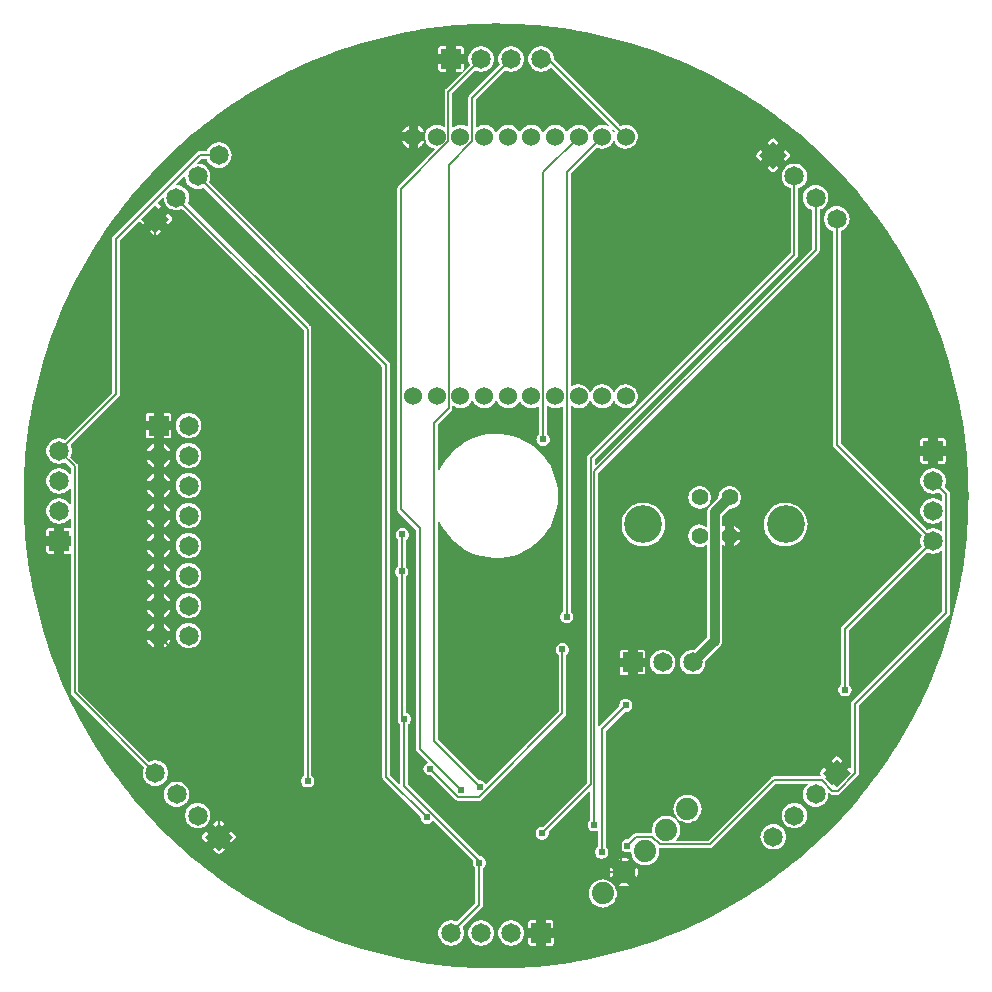
<source format=gbl>
G04 ---------------------------- Layer name :BOTTOM LAYER*
G04 easyEDA 0.1*
G04 Scale: 100 percent, Rotated: No, Reflected: No *
G04 Dimensions in inches *
G04 leading zeros omitted , absolute positions ,2 integer and 4 * 
%FSLAX24Y24*%
%MOIN*%
G90*
G70D02*

%ADD11C,0.006000*%
%ADD12C,0.032000*%
%ADD13C,0.024000*%
%ADD14C,0.074000*%
%ADD16R,0.065000X0.065000*%
%ADD17C,0.065000*%
%ADD19C,0.060000*%
%ADD21C,0.125984*%
%ADD23C,0.055118*%

%LPD*%
G36*
G01X-584252Y668504D02*
G01X-584527Y668506D01*
G01X-584801Y668513D01*
G01X-585076Y668526D01*
G01X-585350Y668542D01*
G01X-585625Y668564D01*
G01X-585898Y668590D01*
G01X-586171Y668621D01*
G01X-586443Y668657D01*
G01X-586715Y668698D01*
G01X-586986Y668743D01*
G01X-587257Y668793D01*
G01X-587526Y668848D01*
G01X-587795Y668907D01*
G01X-588062Y668972D01*
G01X-588328Y669041D01*
G01X-588592Y669114D01*
G01X-588856Y669192D01*
G01X-589118Y669275D01*
G01X-589379Y669362D01*
G01X-589638Y669453D01*
G01X-589896Y669550D01*
G01X-590151Y669651D01*
G01X-590405Y669756D01*
G01X-590657Y669865D01*
G01X-590907Y669980D01*
G01X-591155Y670098D01*
G01X-591401Y670220D01*
G01X-591645Y670347D01*
G01X-591887Y670478D01*
G01X-592126Y670613D01*
G01X-592363Y670753D01*
G01X-592597Y670897D01*
G01X-592829Y671045D01*
G01X-593058Y671196D01*
G01X-593285Y671352D01*
G01X-593508Y671511D01*
G01X-593729Y671675D01*
G01X-593947Y671842D01*
G01X-594162Y672013D01*
G01X-594375Y672188D01*
G01X-594583Y672367D01*
G01X-594790Y672549D01*
G01X-594992Y672735D01*
G01X-595191Y672923D01*
G01X-595387Y673116D01*
G01X-595580Y673312D01*
G01X-595769Y673512D01*
G01X-595955Y673715D01*
G01X-596137Y673920D01*
G01X-596316Y674129D01*
G01X-596490Y674341D01*
G01X-596661Y674556D01*
G01X-596829Y674775D01*
G01X-596992Y674996D01*
G01X-597152Y675219D01*
G01X-597307Y675446D01*
G01X-597459Y675675D01*
G01X-597607Y675907D01*
G01X-597751Y676141D01*
G01X-597890Y676378D01*
G01X-598025Y676617D01*
G01X-598157Y676858D01*
G01X-598283Y677102D01*
G01X-598406Y677348D01*
G01X-598525Y677596D01*
G01X-598638Y677847D01*
G01X-598748Y678098D01*
G01X-598853Y678352D01*
G01X-598954Y678608D01*
G01X-599050Y678866D01*
G01X-599142Y679125D01*
G01X-599229Y679386D01*
G01X-599312Y679647D01*
G01X-599390Y679911D01*
G01X-599463Y680176D01*
G01X-599532Y680442D01*
G01X-599596Y680710D01*
G01X-599656Y680978D01*
G01X-599711Y681247D01*
G01X-599761Y681517D01*
G01X-599806Y681788D01*
G01X-599847Y682060D01*
G01X-599882Y682333D01*
G01X-599913Y682606D01*
G01X-599940Y682880D01*
G01X-599961Y683153D01*
G01X-599978Y683428D01*
G01X-599990Y683702D01*
G01X-599997Y683977D01*
G01X-600000Y684252D01*
G01X-599997Y684527D01*
G01X-599990Y684801D01*
G01X-599978Y685076D01*
G01X-599961Y685350D01*
G01X-599940Y685625D01*
G01X-599913Y685898D01*
G01X-599882Y686171D01*
G01X-599847Y686443D01*
G01X-599806Y686715D01*
G01X-599761Y686986D01*
G01X-599711Y687257D01*
G01X-599656Y687526D01*
G01X-599596Y687795D01*
G01X-599532Y688062D01*
G01X-599463Y688328D01*
G01X-599390Y688592D01*
G01X-599312Y688856D01*
G01X-599229Y689118D01*
G01X-599142Y689379D01*
G01X-599050Y689638D01*
G01X-598954Y689896D01*
G01X-598853Y690151D01*
G01X-598748Y690405D01*
G01X-598638Y690657D01*
G01X-598525Y690907D01*
G01X-598406Y691155D01*
G01X-598283Y691401D01*
G01X-598157Y691645D01*
G01X-598025Y691887D01*
G01X-597890Y692126D01*
G01X-597751Y692363D01*
G01X-597607Y692597D01*
G01X-597459Y692829D01*
G01X-597307Y693058D01*
G01X-597152Y693285D01*
G01X-596992Y693508D01*
G01X-596829Y693729D01*
G01X-596661Y693947D01*
G01X-596490Y694162D01*
G01X-596316Y694375D01*
G01X-596137Y694583D01*
G01X-595955Y694790D01*
G01X-595769Y694992D01*
G01X-595580Y695191D01*
G01X-595387Y695387D01*
G01X-595191Y695580D01*
G01X-594992Y695769D01*
G01X-594790Y695955D01*
G01X-594583Y696137D01*
G01X-594375Y696316D01*
G01X-594162Y696490D01*
G01X-593947Y696661D01*
G01X-593729Y696829D01*
G01X-593508Y696992D01*
G01X-593285Y697152D01*
G01X-593058Y697307D01*
G01X-592829Y697459D01*
G01X-592597Y697607D01*
G01X-592363Y697751D01*
G01X-592126Y697890D01*
G01X-591887Y698025D01*
G01X-591645Y698157D01*
G01X-591401Y698283D01*
G01X-591155Y698406D01*
G01X-590907Y698525D01*
G01X-590657Y698638D01*
G01X-590405Y698748D01*
G01X-590151Y698853D01*
G01X-589896Y698954D01*
G01X-589638Y699050D01*
G01X-589379Y699142D01*
G01X-589118Y699229D01*
G01X-588856Y699312D01*
G01X-588592Y699390D01*
G01X-588328Y699463D01*
G01X-588062Y699532D01*
G01X-587795Y699596D01*
G01X-587526Y699656D01*
G01X-587257Y699711D01*
G01X-586986Y699761D01*
G01X-586715Y699806D01*
G01X-586443Y699847D01*
G01X-586171Y699882D01*
G01X-585898Y699913D01*
G01X-585625Y699940D01*
G01X-585350Y699961D01*
G01X-585076Y699978D01*
G01X-584801Y699990D01*
G01X-584527Y699997D01*
G01X-584252Y700000D01*
G01X-583977Y699997D01*
G01X-583702Y699990D01*
G01X-583428Y699978D01*
G01X-583153Y699961D01*
G01X-582880Y699940D01*
G01X-582606Y699913D01*
G01X-582333Y699882D01*
G01X-582060Y699847D01*
G01X-581788Y699806D01*
G01X-581517Y699761D01*
G01X-581247Y699711D01*
G01X-580978Y699656D01*
G01X-580710Y699596D01*
G01X-580442Y699532D01*
G01X-580176Y699463D01*
G01X-579911Y699390D01*
G01X-579647Y699312D01*
G01X-579386Y699229D01*
G01X-579125Y699142D01*
G01X-578866Y699050D01*
G01X-578608Y698954D01*
G01X-578352Y698853D01*
G01X-578098Y698748D01*
G01X-577847Y698638D01*
G01X-577596Y698525D01*
G01X-577348Y698406D01*
G01X-577102Y698283D01*
G01X-576858Y698157D01*
G01X-576617Y698025D01*
G01X-576378Y697890D01*
G01X-576141Y697751D01*
G01X-575907Y697607D01*
G01X-575675Y697459D01*
G01X-575446Y697307D01*
G01X-575219Y697152D01*
G01X-574996Y696992D01*
G01X-574775Y696829D01*
G01X-574556Y696661D01*
G01X-574341Y696490D01*
G01X-574129Y696316D01*
G01X-573920Y696137D01*
G01X-573715Y695955D01*
G01X-573512Y695769D01*
G01X-573312Y695580D01*
G01X-573116Y695387D01*
G01X-572923Y695191D01*
G01X-572735Y694992D01*
G01X-572549Y694790D01*
G01X-572367Y694583D01*
G01X-572188Y694375D01*
G01X-572013Y694162D01*
G01X-571842Y693947D01*
G01X-571675Y693729D01*
G01X-571511Y693508D01*
G01X-571352Y693285D01*
G01X-571196Y693058D01*
G01X-571045Y692829D01*
G01X-570897Y692597D01*
G01X-570753Y692363D01*
G01X-570613Y692126D01*
G01X-570478Y691887D01*
G01X-570347Y691645D01*
G01X-570220Y691401D01*
G01X-570098Y691155D01*
G01X-569980Y690907D01*
G01X-569865Y690657D01*
G01X-569756Y690405D01*
G01X-569651Y690151D01*
G01X-569550Y689896D01*
G01X-569453Y689638D01*
G01X-569362Y689379D01*
G01X-569275Y689118D01*
G01X-569192Y688856D01*
G01X-569114Y688592D01*
G01X-569041Y688328D01*
G01X-568972Y688062D01*
G01X-568907Y687795D01*
G01X-568848Y687526D01*
G01X-568793Y687257D01*
G01X-568743Y686986D01*
G01X-568698Y686715D01*
G01X-568657Y686443D01*
G01X-568621Y686171D01*
G01X-568590Y685898D01*
G01X-568564Y685625D01*
G01X-568542Y685350D01*
G01X-568526Y685076D01*
G01X-568513Y684801D01*
G01X-568506Y684527D01*
G01X-568504Y684252D01*
G01X-568506Y683977D01*
G01X-568513Y683702D01*
G01X-568526Y683428D01*
G01X-568542Y683153D01*
G01X-568564Y682880D01*
G01X-568590Y682606D01*
G01X-568621Y682333D01*
G01X-568657Y682060D01*
G01X-568698Y681788D01*
G01X-568743Y681517D01*
G01X-568793Y681247D01*
G01X-568848Y680978D01*
G01X-568907Y680710D01*
G01X-568972Y680442D01*
G01X-569041Y680176D01*
G01X-569114Y679911D01*
G01X-569192Y679647D01*
G01X-569275Y679386D01*
G01X-569362Y679125D01*
G01X-569453Y678866D01*
G01X-569550Y678608D01*
G01X-569651Y678352D01*
G01X-569756Y678098D01*
G01X-569865Y677847D01*
G01X-569980Y677596D01*
G01X-570098Y677348D01*
G01X-570220Y677102D01*
G01X-570347Y676858D01*
G01X-570478Y676617D01*
G01X-570613Y676378D01*
G01X-570753Y676141D01*
G01X-570897Y675907D01*
G01X-571045Y675675D01*
G01X-571196Y675446D01*
G01X-571352Y675219D01*
G01X-571511Y674996D01*
G01X-571675Y674775D01*
G01X-571842Y674556D01*
G01X-572013Y674341D01*
G01X-572188Y674129D01*
G01X-572367Y673920D01*
G01X-572549Y673715D01*
G01X-572735Y673512D01*
G01X-572923Y673312D01*
G01X-573116Y673116D01*
G01X-573312Y672923D01*
G01X-573512Y672735D01*
G01X-573715Y672549D01*
G01X-573920Y672367D01*
G01X-574129Y672188D01*
G01X-574341Y672013D01*
G01X-574556Y671842D01*
G01X-574775Y671675D01*
G01X-574996Y671511D01*
G01X-575219Y671352D01*
G01X-575446Y671196D01*
G01X-575675Y671045D01*
G01X-575907Y670897D01*
G01X-576141Y670753D01*
G01X-576378Y670613D01*
G01X-576617Y670478D01*
G01X-576858Y670347D01*
G01X-577102Y670220D01*
G01X-577348Y670098D01*
G01X-577596Y669980D01*
G01X-577847Y669865D01*
G01X-578098Y669756D01*
G01X-578352Y669651D01*
G01X-578608Y669550D01*
G01X-578866Y669453D01*
G01X-579125Y669362D01*
G01X-579386Y669275D01*
G01X-579647Y669192D01*
G01X-579911Y669114D01*
G01X-580176Y669041D01*
G01X-580442Y668972D01*
G01X-580710Y668907D01*
G01X-580978Y668848D01*
G01X-581247Y668793D01*
G01X-581517Y668743D01*
G01X-581788Y668698D01*
G01X-582060Y668657D01*
G01X-582333Y668621D01*
G01X-582606Y668590D01*
G01X-582880Y668564D01*
G01X-583153Y668542D01*
G01X-583428Y668526D01*
G01X-583702Y668513D01*
G01X-583977Y668506D01*
G01X-584252Y668504D01*
G37*

%LPC*%
G36*
G01X-586177Y698981D02*
G01X-585914Y698981D01*
G01X-585914Y699244D01*
G01X-586077Y699244D01*
G01X-586108Y699239D01*
G01X-586136Y699225D01*
G01X-586158Y699203D01*
G01X-586172Y699175D01*
G01X-586177Y699144D01*
G01X-586177Y698981D01*
G37*
G36*
G01X-583077Y669260D02*
G01X-582914Y669260D01*
G01X-582914Y669522D01*
G01X-583177Y669522D01*
G01X-583177Y669360D01*
G01X-583172Y669328D01*
G01X-583158Y669301D01*
G01X-583136Y669278D01*
G01X-583108Y669265D01*
G01X-583077Y669260D01*
G37*
G36*
G01X-585783Y669261D02*
G01X-585720Y669261D01*
G01X-585657Y669270D01*
G01X-585597Y669289D01*
G01X-585540Y669316D01*
G01X-585487Y669352D01*
G01X-585440Y669396D01*
G01X-585401Y669445D01*
G01X-585369Y669500D01*
G01X-585346Y669560D01*
G01X-585332Y669621D01*
G01X-585327Y669685D01*
G01X-585332Y669748D01*
G01X-585346Y669810D01*
G01X-585369Y669869D01*
G01X-585375Y669878D01*
G01X-584722Y670531D01*
G01X-584709Y670547D01*
G01X-584698Y670564D01*
G01X-584690Y670583D01*
G01X-584686Y670602D01*
G01X-584684Y670623D01*
G01X-584684Y671853D01*
G01X-584667Y671866D01*
G01X-584636Y671900D01*
G01X-584613Y671940D01*
G01X-584599Y671983D01*
G01X-584594Y672029D01*
G01X-584599Y672075D01*
G01X-584613Y672118D01*
G01X-584636Y672158D01*
G01X-584667Y672192D01*
G01X-584704Y672220D01*
G01X-584746Y672238D01*
G01X-584781Y672246D01*
G01X-587182Y674647D01*
G01X-587182Y676642D01*
G01X-587165Y676655D01*
G01X-587134Y676688D01*
G01X-587111Y676728D01*
G01X-587097Y676772D01*
G01X-587092Y676818D01*
G01X-587097Y676863D01*
G01X-587111Y676907D01*
G01X-587134Y676947D01*
G01X-587165Y676981D01*
G01X-587202Y677008D01*
G01X-587244Y677027D01*
G01X-587263Y677031D01*
G01X-587263Y681558D01*
G01X-587246Y681571D01*
G01X-587215Y681605D01*
G01X-587192Y681645D01*
G01X-587178Y681688D01*
G01X-587173Y681734D01*
G01X-587178Y681780D01*
G01X-587192Y681823D01*
G01X-587215Y681863D01*
G01X-587246Y681897D01*
G01X-587249Y681900D01*
G01X-587249Y682793D01*
G01X-587232Y682806D01*
G01X-587201Y682840D01*
G01X-587178Y682880D01*
G01X-587164Y682924D01*
G01X-587159Y682970D01*
G01X-587164Y683015D01*
G01X-587178Y683059D01*
G01X-587201Y683099D01*
G01X-587232Y683133D01*
G01X-587269Y683160D01*
G01X-587311Y683179D01*
G01X-587356Y683188D01*
G01X-587402Y683188D01*
G01X-587447Y683179D01*
G01X-587489Y683160D01*
G01X-587526Y683133D01*
G01X-587557Y683099D01*
G01X-587580Y683059D01*
G01X-587594Y683015D01*
G01X-587599Y682970D01*
G01X-587594Y682924D01*
G01X-587580Y682880D01*
G01X-587557Y682840D01*
G01X-587526Y682806D01*
G01X-587509Y682793D01*
G01X-587509Y681920D01*
G01X-587540Y681897D01*
G01X-587571Y681863D01*
G01X-587594Y681823D01*
G01X-587608Y681780D01*
G01X-587613Y681734D01*
G01X-587608Y681688D01*
G01X-587594Y681645D01*
G01X-587571Y681605D01*
G01X-587540Y681571D01*
G01X-587523Y681558D01*
G01X-587523Y676899D01*
G01X-587521Y676881D01*
G01X-587527Y676863D01*
G01X-587532Y676818D01*
G01X-587527Y676772D01*
G01X-587513Y676728D01*
G01X-587490Y676688D01*
G01X-587459Y676655D01*
G01X-587442Y676642D01*
G01X-587442Y674610D01*
G01X-587783Y674952D01*
G01X-587783Y688619D01*
G01X-587785Y688640D01*
G01X-587789Y688659D01*
G01X-587797Y688678D01*
G01X-587808Y688696D01*
G01X-587821Y688711D01*
G01X-593821Y694710D01*
G01X-593815Y694720D01*
G01X-593792Y694779D01*
G01X-593778Y694841D01*
G01X-593773Y694904D01*
G01X-593778Y694967D01*
G01X-593792Y695029D01*
G01X-593815Y695088D01*
G01X-593847Y695143D01*
G01X-593886Y695193D01*
G01X-593933Y695236D01*
G01X-593986Y695272D01*
G01X-594043Y695300D01*
G01X-594103Y695318D01*
G01X-594166Y695328D01*
G01X-594230Y695328D01*
G01X-594232Y695327D01*
G01X-594078Y695481D01*
G01X-593895Y695481D01*
G01X-593873Y695426D01*
G01X-593842Y695371D01*
G01X-593802Y695322D01*
G01X-593756Y695278D01*
G01X-593703Y695242D01*
G01X-593646Y695215D01*
G01X-593585Y695196D01*
G01X-593522Y695187D01*
G01X-593459Y695187D01*
G01X-593396Y695196D01*
G01X-593336Y695215D01*
G01X-593278Y695242D01*
G01X-593226Y695278D01*
G01X-593179Y695322D01*
G01X-593140Y695371D01*
G01X-593108Y695426D01*
G01X-593085Y695486D01*
G01X-593071Y695547D01*
G01X-593066Y695611D01*
G01X-593071Y695674D01*
G01X-593085Y695736D01*
G01X-593108Y695795D01*
G01X-593140Y695850D01*
G01X-593179Y695900D01*
G01X-593226Y695943D01*
G01X-593278Y695979D01*
G01X-593336Y696006D01*
G01X-593396Y696025D01*
G01X-593459Y696035D01*
G01X-593522Y696035D01*
G01X-593585Y696025D01*
G01X-593646Y696006D01*
G01X-593703Y695979D01*
G01X-593756Y695943D01*
G01X-593802Y695900D01*
G01X-593842Y695850D01*
G01X-593873Y695795D01*
G01X-593895Y695741D01*
G01X-594132Y695741D01*
G01X-594152Y695739D01*
G01X-594172Y695735D01*
G01X-594191Y695726D01*
G01X-594208Y695716D01*
G01X-594223Y695702D01*
G01X-597016Y692910D01*
G01X-597030Y692895D01*
G01X-597040Y692877D01*
G01X-597048Y692858D01*
G01X-597053Y692838D01*
G01X-597055Y692818D01*
G01X-597055Y687699D01*
G01X-598625Y686129D01*
G01X-598664Y686147D01*
G01X-598725Y686166D01*
G01X-598787Y686176D01*
G01X-598851Y686176D01*
G01X-598913Y686166D01*
G01X-598974Y686147D01*
G01X-599031Y686120D01*
G01X-599084Y686084D01*
G01X-599131Y686041D01*
G01X-599170Y685991D01*
G01X-599202Y685936D01*
G01X-599225Y685877D01*
G01X-599239Y685815D01*
G01X-599244Y685752D01*
G01X-599239Y685688D01*
G01X-599225Y685627D01*
G01X-599202Y685567D01*
G01X-599170Y685512D01*
G01X-599131Y685463D01*
G01X-599084Y685420D01*
G01X-599031Y685383D01*
G01X-598974Y685356D01*
G01X-598913Y685337D01*
G01X-598851Y685328D01*
G01X-598787Y685328D01*
G01X-598725Y685337D01*
G01X-598664Y685356D01*
G01X-598625Y685375D01*
G01X-598434Y685183D01*
G01X-598434Y684931D01*
G01X-598436Y684936D01*
G01X-598468Y684991D01*
G01X-598507Y685041D01*
G01X-598554Y685084D01*
G01X-598607Y685120D01*
G01X-598664Y685147D01*
G01X-598725Y685166D01*
G01X-598787Y685176D01*
G01X-598851Y685176D01*
G01X-598913Y685166D01*
G01X-598974Y685147D01*
G01X-599031Y685120D01*
G01X-599084Y685084D01*
G01X-599131Y685041D01*
G01X-599170Y684991D01*
G01X-599202Y684936D01*
G01X-599225Y684877D01*
G01X-599239Y684815D01*
G01X-599244Y684752D01*
G01X-599239Y684688D01*
G01X-599225Y684627D01*
G01X-599202Y684567D01*
G01X-599170Y684512D01*
G01X-599131Y684463D01*
G01X-599084Y684420D01*
G01X-599031Y684383D01*
G01X-598974Y684356D01*
G01X-598913Y684337D01*
G01X-598851Y684328D01*
G01X-598787Y684328D01*
G01X-598725Y684337D01*
G01X-598664Y684356D01*
G01X-598607Y684383D01*
G01X-598554Y684420D01*
G01X-598507Y684463D01*
G01X-598468Y684512D01*
G01X-598436Y684567D01*
G01X-598434Y684573D01*
G01X-598434Y683931D01*
G01X-598436Y683936D01*
G01X-598468Y683991D01*
G01X-598507Y684041D01*
G01X-598554Y684084D01*
G01X-598607Y684120D01*
G01X-598664Y684147D01*
G01X-598725Y684166D01*
G01X-598787Y684176D01*
G01X-598851Y684176D01*
G01X-598913Y684166D01*
G01X-598974Y684147D01*
G01X-599031Y684120D01*
G01X-599084Y684084D01*
G01X-599131Y684041D01*
G01X-599170Y683991D01*
G01X-599202Y683936D01*
G01X-599225Y683877D01*
G01X-599239Y683815D01*
G01X-599244Y683752D01*
G01X-599239Y683688D01*
G01X-599225Y683627D01*
G01X-599202Y683567D01*
G01X-599170Y683512D01*
G01X-599131Y683463D01*
G01X-599084Y683420D01*
G01X-599031Y683383D01*
G01X-598974Y683356D01*
G01X-598913Y683337D01*
G01X-598851Y683328D01*
G01X-598787Y683328D01*
G01X-598725Y683337D01*
G01X-598664Y683356D01*
G01X-598607Y683383D01*
G01X-598554Y683420D01*
G01X-598507Y683463D01*
G01X-598468Y683512D01*
G01X-598436Y683567D01*
G01X-598434Y683573D01*
G01X-598434Y683157D01*
G01X-598435Y683158D01*
G01X-598463Y683172D01*
G01X-598494Y683177D01*
G01X-598657Y683177D01*
G01X-598657Y682914D01*
G01X-598434Y682914D01*
G01X-598434Y682590D01*
G01X-598657Y682590D01*
G01X-598657Y682327D01*
G01X-598494Y682327D01*
G01X-598463Y682332D01*
G01X-598435Y682346D01*
G01X-598434Y682347D01*
G01X-598434Y677706D01*
G01X-598432Y677685D01*
G01X-598428Y677666D01*
G01X-598420Y677647D01*
G01X-598409Y677629D01*
G01X-598396Y677614D01*
G01X-595988Y675207D01*
G01X-595993Y675197D01*
G01X-596017Y675138D01*
G01X-596031Y675076D01*
G01X-596036Y675013D01*
G01X-596031Y674950D01*
G01X-596017Y674888D01*
G01X-595993Y674828D01*
G01X-595962Y674773D01*
G01X-595922Y674724D01*
G01X-595876Y674681D01*
G01X-595823Y674645D01*
G01X-595766Y674617D01*
G01X-595705Y674598D01*
G01X-595642Y674589D01*
G01X-595579Y674589D01*
G01X-595516Y674598D01*
G01X-595456Y674617D01*
G01X-595398Y674645D01*
G01X-595346Y674681D01*
G01X-595299Y674724D01*
G01X-595260Y674773D01*
G01X-595228Y674828D01*
G01X-595205Y674888D01*
G01X-595191Y674950D01*
G01X-595186Y675013D01*
G01X-595191Y675076D01*
G01X-595205Y675138D01*
G01X-595228Y675197D01*
G01X-595260Y675252D01*
G01X-595299Y675302D01*
G01X-595346Y675345D01*
G01X-595398Y675381D01*
G01X-595456Y675408D01*
G01X-595516Y675427D01*
G01X-595579Y675437D01*
G01X-595642Y675437D01*
G01X-595705Y675427D01*
G01X-595766Y675408D01*
G01X-595805Y675390D01*
G01X-598174Y677759D01*
G01X-598174Y685237D01*
G01X-598176Y685257D01*
G01X-598180Y685277D01*
G01X-598188Y685296D01*
G01X-598199Y685313D01*
G01X-598212Y685328D01*
G01X-598442Y685558D01*
G01X-598436Y685567D01*
G01X-598413Y685627D01*
G01X-598399Y685688D01*
G01X-598394Y685752D01*
G01X-598399Y685815D01*
G01X-598413Y685877D01*
G01X-598436Y685936D01*
G01X-598442Y685946D01*
G01X-596833Y687554D01*
G01X-596820Y687569D01*
G01X-596809Y687587D01*
G01X-596801Y687606D01*
G01X-596796Y687625D01*
G01X-596795Y687646D01*
G01X-596795Y692765D01*
G01X-596141Y693418D01*
G01X-596027Y693304D01*
G01X-596027Y693305D01*
G01X-595841Y693490D01*
G01X-595955Y693603D01*
G01X-595726Y693833D01*
G01X-595612Y693719D01*
G01X-595426Y693905D01*
G01X-595540Y694019D01*
G01X-595327Y694232D01*
G01X-595330Y694197D01*
G01X-595325Y694133D01*
G01X-595311Y694072D01*
G01X-595287Y694012D01*
G01X-595256Y693957D01*
G01X-595216Y693908D01*
G01X-595170Y693865D01*
G01X-595117Y693828D01*
G01X-595060Y693801D01*
G01X-594999Y693782D01*
G01X-594936Y693773D01*
G01X-594873Y693773D01*
G01X-594810Y693782D01*
G01X-594750Y693801D01*
G01X-594711Y693820D01*
G01X-590665Y689773D01*
G01X-590665Y674931D01*
G01X-590682Y674918D01*
G01X-590712Y674884D01*
G01X-590736Y674844D01*
G01X-590750Y674800D01*
G01X-590755Y674755D01*
G01X-590750Y674709D01*
G01X-590736Y674665D01*
G01X-590712Y674625D01*
G01X-590682Y674591D01*
G01X-590645Y674564D01*
G01X-590602Y674545D01*
G01X-590557Y674536D01*
G01X-590512Y674536D01*
G01X-590467Y674545D01*
G01X-590425Y674564D01*
G01X-590387Y674591D01*
G01X-590357Y674625D01*
G01X-590333Y674665D01*
G01X-590320Y674709D01*
G01X-590315Y674755D01*
G01X-590320Y674800D01*
G01X-590333Y674844D01*
G01X-590357Y674884D01*
G01X-590387Y674918D01*
G01X-590405Y674931D01*
G01X-590405Y689827D01*
G01X-590406Y689847D01*
G01X-590411Y689867D01*
G01X-590419Y689886D01*
G01X-590430Y689903D01*
G01X-590443Y689918D01*
G01X-594527Y694003D01*
G01X-594522Y694012D01*
G01X-594498Y694072D01*
G01X-594485Y694133D01*
G01X-594480Y694197D01*
G01X-594485Y694260D01*
G01X-594498Y694322D01*
G01X-594522Y694381D01*
G01X-594553Y694436D01*
G01X-594593Y694486D01*
G01X-594640Y694529D01*
G01X-594692Y694565D01*
G01X-594750Y694592D01*
G01X-594810Y694611D01*
G01X-594873Y694621D01*
G01X-594936Y694621D01*
G01X-594939Y694620D01*
G01X-594620Y694939D01*
G01X-594623Y694904D01*
G01X-594618Y694841D01*
G01X-594604Y694779D01*
G01X-594581Y694720D01*
G01X-594549Y694665D01*
G01X-594510Y694615D01*
G01X-594463Y694572D01*
G01X-594410Y694536D01*
G01X-594353Y694508D01*
G01X-594292Y694490D01*
G01X-594230Y694480D01*
G01X-594166Y694480D01*
G01X-594103Y694490D01*
G01X-594043Y694508D01*
G01X-594004Y694527D01*
G01X-588043Y688566D01*
G01X-588043Y674898D01*
G01X-588041Y674877D01*
G01X-588037Y674858D01*
G01X-588029Y674839D01*
G01X-588018Y674822D01*
G01X-588005Y674806D01*
G01X-586771Y673571D01*
G01X-586774Y673538D01*
G01X-586769Y673492D01*
G01X-586755Y673448D01*
G01X-586732Y673408D01*
G01X-586701Y673375D01*
G01X-586664Y673347D01*
G01X-586622Y673328D01*
G01X-586577Y673319D01*
G01X-586531Y673319D01*
G01X-586486Y673328D01*
G01X-586444Y673347D01*
G01X-586407Y673375D01*
G01X-586376Y673408D01*
G01X-586353Y673448D01*
G01X-586352Y673451D01*
G01X-585016Y672115D01*
G01X-585029Y672075D01*
G01X-585034Y672029D01*
G01X-585029Y671983D01*
G01X-585015Y671940D01*
G01X-584992Y671900D01*
G01X-584961Y671866D01*
G01X-584944Y671853D01*
G01X-584944Y670677D01*
G01X-585558Y670062D01*
G01X-585597Y670080D01*
G01X-585657Y670099D01*
G01X-585720Y670108D01*
G01X-585783Y670108D01*
G01X-585846Y670099D01*
G01X-585907Y670080D01*
G01X-585964Y670053D01*
G01X-586017Y670017D01*
G01X-586063Y669973D01*
G01X-586103Y669924D01*
G01X-586135Y669869D01*
G01X-586158Y669810D01*
G01X-586172Y669748D01*
G01X-586177Y669685D01*
G01X-586172Y669621D01*
G01X-586158Y669560D01*
G01X-586135Y669500D01*
G01X-586103Y669445D01*
G01X-586063Y669396D01*
G01X-586017Y669352D01*
G01X-585964Y669316D01*
G01X-585907Y669289D01*
G01X-585846Y669270D01*
G01X-585783Y669261D01*
G37*
G36*
G01X-584783Y669261D02*
G01X-584720Y669261D01*
G01X-584657Y669270D01*
G01X-584597Y669289D01*
G01X-584540Y669316D01*
G01X-584487Y669352D01*
G01X-584440Y669396D01*
G01X-584401Y669445D01*
G01X-584369Y669500D01*
G01X-584346Y669560D01*
G01X-584332Y669621D01*
G01X-584327Y669685D01*
G01X-584332Y669748D01*
G01X-584346Y669810D01*
G01X-584369Y669869D01*
G01X-584401Y669924D01*
G01X-584440Y669973D01*
G01X-584487Y670017D01*
G01X-584540Y670053D01*
G01X-584597Y670080D01*
G01X-584657Y670099D01*
G01X-584720Y670108D01*
G01X-584783Y670108D01*
G01X-584846Y670099D01*
G01X-584907Y670080D01*
G01X-584964Y670053D01*
G01X-585017Y670017D01*
G01X-585063Y669973D01*
G01X-585103Y669924D01*
G01X-585135Y669869D01*
G01X-585158Y669810D01*
G01X-585172Y669748D01*
G01X-585177Y669685D01*
G01X-585172Y669621D01*
G01X-585158Y669560D01*
G01X-585135Y669500D01*
G01X-585103Y669445D01*
G01X-585063Y669396D01*
G01X-585017Y669352D01*
G01X-584964Y669316D01*
G01X-584907Y669289D01*
G01X-584846Y669270D01*
G01X-584783Y669261D01*
G37*
G36*
G01X-583783Y669261D02*
G01X-583720Y669261D01*
G01X-583657Y669270D01*
G01X-583597Y669289D01*
G01X-583540Y669316D01*
G01X-583487Y669352D01*
G01X-583440Y669396D01*
G01X-583401Y669445D01*
G01X-583369Y669500D01*
G01X-583346Y669560D01*
G01X-583332Y669621D01*
G01X-583327Y669685D01*
G01X-583332Y669748D01*
G01X-583346Y669810D01*
G01X-583369Y669869D01*
G01X-583401Y669924D01*
G01X-583440Y669973D01*
G01X-583487Y670017D01*
G01X-583540Y670053D01*
G01X-583597Y670080D01*
G01X-583657Y670099D01*
G01X-583720Y670108D01*
G01X-583783Y670108D01*
G01X-583846Y670099D01*
G01X-583907Y670080D01*
G01X-583964Y670053D01*
G01X-584017Y670017D01*
G01X-584063Y669973D01*
G01X-584103Y669924D01*
G01X-584135Y669869D01*
G01X-584158Y669810D01*
G01X-584172Y669748D01*
G01X-584177Y669685D01*
G01X-584172Y669621D01*
G01X-584158Y669560D01*
G01X-584135Y669500D01*
G01X-584103Y669445D01*
G01X-584063Y669396D01*
G01X-584017Y669352D01*
G01X-583964Y669316D01*
G01X-583907Y669289D01*
G01X-583846Y669270D01*
G01X-583783Y669261D01*
G37*
G36*
G01X-582590Y669847D02*
G01X-582327Y669847D01*
G01X-582327Y670010D01*
G01X-582332Y670041D01*
G01X-582346Y670068D01*
G01X-582368Y670091D01*
G01X-582396Y670105D01*
G01X-582427Y670110D01*
G01X-582590Y670110D01*
G01X-582590Y669847D01*
G37*
G36*
G01X-583177Y669847D02*
G01X-582914Y669847D01*
G01X-582914Y670110D01*
G01X-583077Y670110D01*
G01X-583108Y670105D01*
G01X-583136Y670091D01*
G01X-583158Y670068D01*
G01X-583172Y670041D01*
G01X-583177Y670010D01*
G01X-583177Y669847D01*
G37*
G36*
G01X-585590Y698981D02*
G01X-585327Y698981D01*
G01X-585327Y699144D01*
G01X-585332Y699175D01*
G01X-585346Y699203D01*
G01X-585368Y699225D01*
G01X-585396Y699239D01*
G01X-585427Y699244D01*
G01X-585590Y699244D01*
G01X-585590Y698981D01*
G37*
G36*
G01X-580700Y670530D02*
G01X-580633Y670535D01*
G01X-580567Y670548D01*
G01X-580505Y670572D01*
G01X-580446Y670604D01*
G01X-580392Y670645D01*
G01X-580345Y670692D01*
G01X-580304Y670746D01*
G01X-580272Y670805D01*
G01X-580248Y670867D01*
G01X-580235Y670933D01*
G01X-580230Y671000D01*
G01X-580235Y671066D01*
G01X-580248Y671132D01*
G01X-580272Y671195D01*
G01X-580304Y671253D01*
G01X-580345Y671307D01*
G01X-580392Y671355D01*
G01X-580446Y671395D01*
G01X-580505Y671427D01*
G01X-580567Y671451D01*
G01X-580633Y671465D01*
G01X-580700Y671470D01*
G01X-580766Y671465D01*
G01X-580832Y671451D01*
G01X-580895Y671427D01*
G01X-580953Y671395D01*
G01X-581007Y671355D01*
G01X-581055Y671307D01*
G01X-581095Y671253D01*
G01X-581127Y671195D01*
G01X-581151Y671132D01*
G01X-581165Y671066D01*
G01X-581170Y671000D01*
G01X-581165Y670933D01*
G01X-581151Y670867D01*
G01X-581127Y670805D01*
G01X-581095Y670746D01*
G01X-581055Y670692D01*
G01X-581007Y670645D01*
G01X-580953Y670604D01*
G01X-580895Y670572D01*
G01X-580832Y670548D01*
G01X-580766Y670535D01*
G01X-580700Y670530D01*
G37*
G36*
G01X-579992Y671237D02*
G01X-579925Y671242D01*
G01X-579860Y671256D01*
G01X-579817Y671271D01*
G01X-579992Y671446D01*
G01X-580166Y671271D01*
G01X-580124Y671256D01*
G01X-580058Y671242D01*
G01X-579992Y671237D01*
G37*
G36*
G01X-579556Y671532D02*
G01X-579541Y671575D01*
G01X-579527Y671640D01*
G01X-579522Y671707D01*
G01X-579527Y671773D01*
G01X-579541Y671839D01*
G01X-579556Y671881D01*
G01X-579731Y671707D01*
G01X-579556Y671532D01*
G37*
G36*
G01X-580427Y671532D02*
G01X-580253Y671707D01*
G01X-580427Y671881D01*
G01X-580443Y671839D01*
G01X-580457Y671773D01*
G01X-580462Y671707D01*
G01X-580457Y671640D01*
G01X-580443Y671575D01*
G01X-580427Y671532D01*
G37*
G36*
G01X-579285Y671945D02*
G01X-579218Y671950D01*
G01X-579153Y671963D01*
G01X-579090Y671987D01*
G01X-579031Y672019D01*
G01X-578977Y672060D01*
G01X-578930Y672107D01*
G01X-578890Y672161D01*
G01X-578857Y672220D01*
G01X-578834Y672282D01*
G01X-578820Y672348D01*
G01X-578815Y672415D01*
G01X-578820Y672481D01*
G01X-578826Y672507D01*
G01X-578817Y672506D01*
G01X-578797Y672504D01*
G01X-577137Y672504D01*
G01X-577116Y672506D01*
G01X-577097Y672510D01*
G01X-577078Y672518D01*
G01X-577060Y672529D01*
G01X-577045Y672542D01*
G01X-574946Y674642D01*
G01X-573860Y674642D01*
G01X-573864Y674639D01*
G01X-573911Y674596D01*
G01X-573950Y674546D01*
G01X-573982Y674491D01*
G01X-574005Y674432D01*
G01X-574019Y674370D01*
G01X-574024Y674307D01*
G01X-574019Y674243D01*
G01X-574005Y674182D01*
G01X-573982Y674122D01*
G01X-573950Y674067D01*
G01X-573911Y674018D01*
G01X-573864Y673975D01*
G01X-573811Y673938D01*
G01X-573754Y673911D01*
G01X-573693Y673892D01*
G01X-573631Y673883D01*
G01X-573567Y673883D01*
G01X-573505Y673892D01*
G01X-573444Y673911D01*
G01X-573387Y673938D01*
G01X-573334Y673975D01*
G01X-573287Y674018D01*
G01X-573248Y674067D01*
G01X-573216Y674122D01*
G01X-573193Y674182D01*
G01X-573179Y674243D01*
G01X-573174Y674307D01*
G01X-573179Y674370D01*
G01X-573181Y674378D01*
G01X-573137Y674335D01*
G01X-573122Y674322D01*
G01X-573105Y674311D01*
G01X-573086Y674303D01*
G01X-573066Y674298D01*
G01X-573046Y674297D01*
G01X-572868Y674297D01*
G01X-572847Y674298D01*
G01X-572828Y674303D01*
G01X-572809Y674311D01*
G01X-572791Y674322D01*
G01X-572776Y674335D01*
G01X-572196Y674915D01*
G01X-572183Y674930D01*
G01X-572172Y674948D01*
G01X-572164Y674967D01*
G01X-572160Y674986D01*
G01X-572158Y675007D01*
G01X-572158Y677275D01*
G01X-569160Y680273D01*
G01X-569147Y680288D01*
G01X-569136Y680306D01*
G01X-569128Y680325D01*
G01X-569123Y680344D01*
G01X-569122Y680365D01*
G01X-569122Y684319D01*
G01X-569123Y684340D01*
G01X-569128Y684359D01*
G01X-569136Y684378D01*
G01X-569147Y684396D01*
G01X-569160Y684411D01*
G01X-569307Y684558D01*
G01X-569302Y684567D01*
G01X-569279Y684627D01*
G01X-569265Y684688D01*
G01X-569260Y684752D01*
G01X-569265Y684815D01*
G01X-569279Y684877D01*
G01X-569302Y684936D01*
G01X-569334Y684991D01*
G01X-569373Y685041D01*
G01X-569420Y685084D01*
G01X-569473Y685120D01*
G01X-569530Y685147D01*
G01X-569591Y685166D01*
G01X-569653Y685176D01*
G01X-569717Y685176D01*
G01X-569780Y685166D01*
G01X-569840Y685147D01*
G01X-569897Y685120D01*
G01X-569950Y685084D01*
G01X-569997Y685041D01*
G01X-570036Y684991D01*
G01X-570068Y684936D01*
G01X-570091Y684877D01*
G01X-570105Y684815D01*
G01X-570110Y684752D01*
G01X-570105Y684688D01*
G01X-570091Y684627D01*
G01X-570068Y684567D01*
G01X-570036Y684512D01*
G01X-569997Y684463D01*
G01X-569950Y684420D01*
G01X-569897Y684383D01*
G01X-569840Y684356D01*
G01X-569780Y684337D01*
G01X-569717Y684328D01*
G01X-569653Y684328D01*
G01X-569591Y684337D01*
G01X-569530Y684356D01*
G01X-569491Y684375D01*
G01X-569382Y684265D01*
G01X-569382Y684048D01*
G01X-569420Y684084D01*
G01X-569473Y684120D01*
G01X-569530Y684147D01*
G01X-569591Y684166D01*
G01X-569653Y684176D01*
G01X-569717Y684176D01*
G01X-569780Y684166D01*
G01X-569840Y684147D01*
G01X-569897Y684120D01*
G01X-569950Y684084D01*
G01X-569997Y684041D01*
G01X-570036Y683991D01*
G01X-570068Y683936D01*
G01X-570091Y683877D01*
G01X-570105Y683815D01*
G01X-570110Y683752D01*
G01X-570105Y683688D01*
G01X-570091Y683627D01*
G01X-570068Y683567D01*
G01X-570036Y683512D01*
G01X-569997Y683463D01*
G01X-569950Y683420D01*
G01X-569897Y683383D01*
G01X-569840Y683356D01*
G01X-569780Y683337D01*
G01X-569717Y683328D01*
G01X-569653Y683328D01*
G01X-569591Y683337D01*
G01X-569530Y683356D01*
G01X-569473Y683383D01*
G01X-569420Y683420D01*
G01X-569382Y683455D01*
G01X-569382Y683048D01*
G01X-569420Y683084D01*
G01X-569473Y683120D01*
G01X-569530Y683147D01*
G01X-569591Y683166D01*
G01X-569653Y683176D01*
G01X-569717Y683176D01*
G01X-569780Y683166D01*
G01X-569840Y683147D01*
G01X-569879Y683129D01*
G01X-572763Y686013D01*
G01X-572763Y693087D01*
G01X-572738Y693095D01*
G01X-572681Y693122D01*
G01X-572628Y693158D01*
G01X-572581Y693202D01*
G01X-572542Y693251D01*
G01X-572510Y693306D01*
G01X-572487Y693366D01*
G01X-572473Y693427D01*
G01X-572468Y693491D01*
G01X-572473Y693554D01*
G01X-572487Y693616D01*
G01X-572510Y693675D01*
G01X-572542Y693730D01*
G01X-572581Y693780D01*
G01X-572628Y693823D01*
G01X-572681Y693859D01*
G01X-572738Y693886D01*
G01X-572798Y693905D01*
G01X-572861Y693915D01*
G01X-572925Y693915D01*
G01X-572987Y693905D01*
G01X-573048Y693886D01*
G01X-573105Y693859D01*
G01X-573158Y693823D01*
G01X-573205Y693780D01*
G01X-573244Y693730D01*
G01X-573276Y693675D01*
G01X-573299Y693616D01*
G01X-573313Y693554D01*
G01X-573318Y693491D01*
G01X-573313Y693427D01*
G01X-573299Y693366D01*
G01X-573276Y693306D01*
G01X-573244Y693251D01*
G01X-573205Y693202D01*
G01X-573158Y693158D01*
G01X-573105Y693122D01*
G01X-573048Y693095D01*
G01X-573023Y693087D01*
G01X-573023Y685960D01*
G01X-573021Y685939D01*
G01X-573017Y685920D01*
G01X-573008Y685901D01*
G01X-572998Y685883D01*
G01X-572985Y685868D01*
G01X-570062Y682946D01*
G01X-570068Y682936D01*
G01X-570091Y682877D01*
G01X-570105Y682815D01*
G01X-570110Y682752D01*
G01X-570105Y682688D01*
G01X-570091Y682627D01*
G01X-570068Y682567D01*
G01X-570062Y682558D01*
G01X-572716Y679905D01*
G01X-572729Y679890D01*
G01X-572740Y679872D01*
G01X-572748Y679853D01*
G01X-572752Y679833D01*
G01X-572754Y679813D01*
G01X-572754Y677966D01*
G01X-572771Y677953D01*
G01X-572802Y677919D01*
G01X-572825Y677879D01*
G01X-572839Y677835D01*
G01X-572844Y677790D01*
G01X-572839Y677744D01*
G01X-572825Y677700D01*
G01X-572802Y677660D01*
G01X-572771Y677626D01*
G01X-572734Y677599D01*
G01X-572692Y677580D01*
G01X-572647Y677571D01*
G01X-572601Y677571D01*
G01X-572556Y677580D01*
G01X-572514Y677599D01*
G01X-572477Y677626D01*
G01X-572446Y677660D01*
G01X-572423Y677700D01*
G01X-572409Y677744D01*
G01X-572404Y677790D01*
G01X-572409Y677835D01*
G01X-572423Y677879D01*
G01X-572446Y677919D01*
G01X-572477Y677953D01*
G01X-572494Y677966D01*
G01X-572494Y679760D01*
G01X-569879Y682375D01*
G01X-569840Y682356D01*
G01X-569780Y682337D01*
G01X-569717Y682328D01*
G01X-569653Y682328D01*
G01X-569591Y682337D01*
G01X-569530Y682356D01*
G01X-569473Y682383D01*
G01X-569420Y682420D01*
G01X-569382Y682455D01*
G01X-569382Y680418D01*
G01X-572380Y677420D01*
G01X-572393Y677405D01*
G01X-572404Y677387D01*
G01X-572412Y677368D01*
G01X-572416Y677348D01*
G01X-572418Y677328D01*
G01X-572418Y675141D01*
G01X-572477Y675200D01*
G01X-572663Y675014D01*
G01X-572563Y674915D01*
G01X-572792Y674686D01*
G01X-572892Y674785D01*
G01X-573056Y674621D01*
G01X-573285Y674850D01*
G01X-573121Y675014D01*
G01X-573306Y675200D01*
G01X-573422Y675084D01*
G01X-573440Y675059D01*
G01X-573450Y675029D01*
G01X-573450Y674998D01*
G01X-573440Y674968D01*
G01X-573422Y674943D01*
G01X-573380Y674901D01*
G01X-573391Y674902D01*
G01X-574999Y674902D01*
G01X-575020Y674900D01*
G01X-575039Y674896D01*
G01X-575058Y674887D01*
G01X-575076Y674877D01*
G01X-575091Y674863D01*
G01X-577190Y672764D01*
G01X-578274Y672764D01*
G01X-578270Y672767D01*
G01X-578223Y672814D01*
G01X-578182Y672868D01*
G01X-578150Y672927D01*
G01X-578127Y672990D01*
G01X-578113Y673055D01*
G01X-578108Y673122D01*
G01X-578113Y673188D01*
G01X-578127Y673254D01*
G01X-578150Y673317D01*
G01X-578182Y673376D01*
G01X-578223Y673430D01*
G01X-578270Y673477D01*
G01X-578324Y673517D01*
G01X-578383Y673550D01*
G01X-578446Y673573D01*
G01X-578511Y673587D01*
G01X-578578Y673592D01*
G01X-578645Y673587D01*
G01X-578710Y673573D01*
G01X-578773Y673550D01*
G01X-578832Y673517D01*
G01X-578886Y673477D01*
G01X-578933Y673430D01*
G01X-578973Y673376D01*
G01X-579006Y673317D01*
G01X-579029Y673254D01*
G01X-579043Y673188D01*
G01X-579048Y673122D01*
G01X-579043Y673055D01*
G01X-579032Y673004D01*
G01X-579038Y673005D01*
G01X-579602Y673005D01*
G01X-579622Y673003D01*
G01X-579642Y672998D01*
G01X-579661Y672990D01*
G01X-579678Y672980D01*
G01X-579693Y672966D01*
G01X-579848Y672811D01*
G01X-579859Y672813D01*
G01X-579905Y672813D01*
G01X-579950Y672804D01*
G01X-579992Y672785D01*
G01X-580029Y672758D01*
G01X-580060Y672724D01*
G01X-580083Y672684D01*
G01X-580097Y672640D01*
G01X-580102Y672595D01*
G01X-580097Y672549D01*
G01X-580083Y672505D01*
G01X-580060Y672465D01*
G01X-580029Y672431D01*
G01X-579992Y672404D01*
G01X-579950Y672385D01*
G01X-579905Y672376D01*
G01X-579859Y672376D01*
G01X-579814Y672385D01*
G01X-579772Y672404D01*
G01X-579755Y672416D01*
G01X-579755Y672415D01*
G01X-579750Y672348D01*
G01X-579736Y672282D01*
G01X-579713Y672220D01*
G01X-579681Y672161D01*
G01X-579640Y672107D01*
G01X-579593Y672060D01*
G01X-579539Y672019D01*
G01X-579480Y671987D01*
G01X-579417Y671963D01*
G01X-579352Y671950D01*
G01X-579285Y671945D01*
G37*
G36*
G01X-579992Y671968D02*
G01X-579817Y672142D01*
G01X-579860Y672158D01*
G01X-579925Y672172D01*
G01X-579992Y672177D01*
G01X-580058Y672172D01*
G01X-580124Y672158D01*
G01X-580166Y672142D01*
G01X-579992Y671968D01*
G37*
G36*
G01X-580752Y672166D02*
G01X-580706Y672166D01*
G01X-580661Y672175D01*
G01X-580619Y672194D01*
G01X-580582Y672221D01*
G01X-580551Y672255D01*
G01X-580528Y672295D01*
G01X-580514Y672339D01*
G01X-580509Y672385D01*
G01X-580514Y672430D01*
G01X-580528Y672474D01*
G01X-580551Y672514D01*
G01X-580582Y672548D01*
G01X-580599Y672561D01*
G01X-580599Y676424D01*
G01X-579968Y677054D01*
G01X-579958Y677052D01*
G01X-579913Y677052D01*
G01X-579868Y677061D01*
G01X-579826Y677080D01*
G01X-579788Y677107D01*
G01X-579758Y677141D01*
G01X-579735Y677181D01*
G01X-579721Y677225D01*
G01X-579716Y677271D01*
G01X-579721Y677316D01*
G01X-579735Y677360D01*
G01X-579758Y677400D01*
G01X-579788Y677434D01*
G01X-579826Y677461D01*
G01X-579868Y677480D01*
G01X-579913Y677490D01*
G01X-579958Y677490D01*
G01X-580003Y677480D01*
G01X-580046Y677461D01*
G01X-580083Y677434D01*
G01X-580113Y677400D01*
G01X-580137Y677360D01*
G01X-580151Y677316D01*
G01X-580156Y677271D01*
G01X-580152Y677238D01*
G01X-580821Y676570D01*
G01X-580834Y676555D01*
G01X-580845Y676537D01*
G01X-580845Y685016D01*
G01X-573508Y692352D01*
G01X-573495Y692367D01*
G01X-573484Y692385D01*
G01X-573476Y692404D01*
G01X-573471Y692423D01*
G01X-573470Y692444D01*
G01X-573470Y693795D01*
G01X-573445Y693802D01*
G01X-573387Y693830D01*
G01X-573335Y693866D01*
G01X-573288Y693909D01*
G01X-573248Y693958D01*
G01X-573217Y694013D01*
G01X-573193Y694073D01*
G01X-573180Y694135D01*
G01X-573175Y694198D01*
G01X-573180Y694261D01*
G01X-573193Y694323D01*
G01X-573217Y694382D01*
G01X-573248Y694437D01*
G01X-573288Y694487D01*
G01X-573335Y694530D01*
G01X-573387Y694566D01*
G01X-573445Y694593D01*
G01X-573505Y694612D01*
G01X-573568Y694622D01*
G01X-573631Y694622D01*
G01X-573694Y694612D01*
G01X-573755Y694593D01*
G01X-573812Y694566D01*
G01X-573865Y694530D01*
G01X-573911Y694487D01*
G01X-573951Y694437D01*
G01X-573982Y694382D01*
G01X-574006Y694323D01*
G01X-574020Y694261D01*
G01X-574025Y694198D01*
G01X-574020Y694135D01*
G01X-574006Y694073D01*
G01X-573982Y694013D01*
G01X-573951Y693958D01*
G01X-573911Y693909D01*
G01X-573865Y693866D01*
G01X-573812Y693830D01*
G01X-573755Y693802D01*
G01X-573730Y693795D01*
G01X-573730Y692497D01*
G01X-580965Y685262D01*
G01X-580965Y685457D01*
G01X-574215Y692207D01*
G01X-574202Y692222D01*
G01X-574191Y692240D01*
G01X-574183Y692259D01*
G01X-574178Y692278D01*
G01X-574177Y692299D01*
G01X-574177Y694501D01*
G01X-574152Y694509D01*
G01X-574095Y694536D01*
G01X-574042Y694572D01*
G01X-573995Y694616D01*
G01X-573956Y694665D01*
G01X-573924Y694720D01*
G01X-573901Y694780D01*
G01X-573887Y694841D01*
G01X-573882Y694905D01*
G01X-573887Y694968D01*
G01X-573901Y695030D01*
G01X-573924Y695089D01*
G01X-573956Y695144D01*
G01X-573995Y695193D01*
G01X-574042Y695237D01*
G01X-574095Y695273D01*
G01X-574152Y695300D01*
G01X-574212Y695319D01*
G01X-574275Y695328D01*
G01X-574338Y695328D01*
G01X-574401Y695319D01*
G01X-574462Y695300D01*
G01X-574519Y695273D01*
G01X-574572Y695237D01*
G01X-574618Y695193D01*
G01X-574658Y695144D01*
G01X-574690Y695089D01*
G01X-574713Y695030D01*
G01X-574727Y694968D01*
G01X-574732Y694905D01*
G01X-574727Y694841D01*
G01X-574713Y694780D01*
G01X-574690Y694720D01*
G01X-574658Y694665D01*
G01X-574618Y694616D01*
G01X-574572Y694572D01*
G01X-574519Y694536D01*
G01X-574462Y694509D01*
G01X-574437Y694501D01*
G01X-574437Y692352D01*
G01X-581186Y685602D01*
G01X-581200Y685587D01*
G01X-581210Y685570D01*
G01X-581218Y685551D01*
G01X-581223Y685531D01*
G01X-581225Y685511D01*
G01X-581225Y674687D01*
G01X-582682Y673230D01*
G01X-582693Y673232D01*
G01X-582738Y673232D01*
G01X-582783Y673222D01*
G01X-582826Y673203D01*
G01X-582863Y673176D01*
G01X-582893Y673142D01*
G01X-582917Y673102D01*
G01X-582931Y673058D01*
G01X-582936Y673013D01*
G01X-582931Y672967D01*
G01X-582917Y672923D01*
G01X-582893Y672883D01*
G01X-582863Y672850D01*
G01X-582826Y672822D01*
G01X-582783Y672803D01*
G01X-582738Y672794D01*
G01X-582693Y672794D01*
G01X-582648Y672803D01*
G01X-582606Y672822D01*
G01X-582568Y672850D01*
G01X-582538Y672883D01*
G01X-582515Y672923D01*
G01X-582501Y672967D01*
G01X-582496Y673013D01*
G01X-582500Y673046D01*
G01X-581105Y674441D01*
G01X-581105Y673465D01*
G01X-581122Y673452D01*
G01X-581152Y673418D01*
G01X-581176Y673378D01*
G01X-581190Y673335D01*
G01X-581195Y673289D01*
G01X-581190Y673243D01*
G01X-581176Y673200D01*
G01X-581152Y673160D01*
G01X-581122Y673126D01*
G01X-581085Y673098D01*
G01X-581042Y673080D01*
G01X-580997Y673070D01*
G01X-580952Y673070D01*
G01X-580907Y673080D01*
G01X-580865Y673098D01*
G01X-580859Y673102D01*
G01X-580859Y672561D01*
G01X-580876Y672548D01*
G01X-580907Y672514D01*
G01X-580930Y672474D01*
G01X-580944Y672430D01*
G01X-580949Y672385D01*
G01X-580944Y672339D01*
G01X-580930Y672295D01*
G01X-580907Y672255D01*
G01X-580876Y672221D01*
G01X-580839Y672194D01*
G01X-580797Y672175D01*
G01X-580752Y672166D01*
G37*
G36*
G01X-593505Y672333D02*
G01X-593474Y672333D01*
G01X-593444Y672343D01*
G01X-593419Y672362D01*
G01X-593304Y672477D01*
G01X-593305Y672477D01*
G01X-593490Y672662D01*
G01X-593675Y672477D01*
G01X-593560Y672362D01*
G01X-593535Y672343D01*
G01X-593505Y672333D01*
G37*
G36*
G01X-586077Y698394D02*
G01X-585914Y698394D01*
G01X-585914Y698657D01*
G01X-586177Y698657D01*
G01X-586177Y698494D01*
G01X-586172Y698463D01*
G01X-586158Y698435D01*
G01X-586136Y698413D01*
G01X-586108Y698399D01*
G01X-586077Y698394D01*
G37*
G36*
G01X-575045Y672468D02*
G01X-574981Y672468D01*
G01X-574918Y672477D01*
G01X-574858Y672496D01*
G01X-574801Y672523D01*
G01X-574748Y672560D01*
G01X-574701Y672603D01*
G01X-574662Y672652D01*
G01X-574630Y672707D01*
G01X-574607Y672767D01*
G01X-574593Y672828D01*
G01X-574588Y672892D01*
G01X-574593Y672955D01*
G01X-574607Y673017D01*
G01X-574630Y673076D01*
G01X-574662Y673131D01*
G01X-574701Y673181D01*
G01X-574748Y673224D01*
G01X-574801Y673260D01*
G01X-574858Y673287D01*
G01X-574918Y673306D01*
G01X-574981Y673316D01*
G01X-575045Y673316D01*
G01X-575107Y673306D01*
G01X-575168Y673287D01*
G01X-575225Y673260D01*
G01X-575278Y673224D01*
G01X-575325Y673181D01*
G01X-575364Y673131D01*
G01X-575396Y673076D01*
G01X-575419Y673017D01*
G01X-575433Y672955D01*
G01X-575438Y672892D01*
G01X-575433Y672828D01*
G01X-575419Y672767D01*
G01X-575396Y672707D01*
G01X-575364Y672652D01*
G01X-575325Y672603D01*
G01X-575278Y672560D01*
G01X-575225Y672523D01*
G01X-575168Y672496D01*
G01X-575107Y672477D01*
G01X-575045Y672468D01*
G37*
G36*
G01X-585590Y698394D02*
G01X-585427Y698394D01*
G01X-585396Y698399D01*
G01X-585368Y698413D01*
G01X-585346Y698435D01*
G01X-585332Y698463D01*
G01X-585327Y698494D01*
G01X-585327Y698657D01*
G01X-585590Y698657D01*
G01X-585590Y698394D01*
G37*
G36*
G01X-593075Y672706D02*
G01X-592960Y672821D01*
G01X-592941Y672846D01*
G01X-592931Y672876D01*
G01X-592931Y672907D01*
G01X-592941Y672937D01*
G01X-592960Y672962D01*
G01X-593075Y673077D01*
G01X-593261Y672892D01*
G01X-593075Y672706D01*
G37*
G36*
G01X-593905Y672706D02*
G01X-593719Y672892D01*
G01X-593905Y673077D01*
G01X-594020Y672962D01*
G01X-594038Y672937D01*
G01X-594048Y672907D01*
G01X-594048Y672876D01*
G01X-594038Y672846D01*
G01X-594020Y672821D01*
G01X-593905Y672706D01*
G37*
G36*
G01X-587381Y696380D02*
G01X-587160Y696380D01*
G01X-587160Y696600D01*
G01X-587174Y696595D01*
G01X-587227Y696565D01*
G01X-587276Y696528D01*
G01X-587318Y696484D01*
G01X-587354Y696434D01*
G01X-587381Y696380D01*
G37*
G36*
G01X-586860Y696380D02*
G01X-586641Y696380D01*
G01X-586652Y696407D01*
G01X-586683Y696460D01*
G01X-586722Y696507D01*
G01X-586768Y696548D01*
G01X-586819Y696581D01*
G01X-586860Y696600D01*
G01X-586860Y696380D01*
G37*
G36*
G01X-587160Y695860D02*
G01X-587160Y696080D01*
G01X-587381Y696080D01*
G01X-587354Y696025D01*
G01X-587318Y695975D01*
G01X-587276Y695931D01*
G01X-587227Y695894D01*
G01X-587174Y695865D01*
G01X-587160Y695860D01*
G37*
G36*
G01X-586860Y695860D02*
G01X-586819Y695878D01*
G01X-586768Y695911D01*
G01X-586722Y695952D01*
G01X-586683Y696000D01*
G01X-586652Y696052D01*
G01X-586641Y696080D01*
G01X-586860Y696080D01*
G01X-586860Y695860D01*
G37*
G36*
G01X-575014Y695841D02*
G01X-574828Y696027D01*
G01X-574943Y696142D01*
G01X-574968Y696161D01*
G01X-574998Y696171D01*
G01X-575030Y696171D01*
G01X-575060Y696161D01*
G01X-575085Y696142D01*
G01X-575200Y696027D01*
G01X-575014Y695841D01*
G37*
G36*
G01X-593490Y673121D02*
G01X-593305Y673307D01*
G01X-593304Y673307D01*
G01X-593419Y673422D01*
G01X-593444Y673440D01*
G01X-593474Y673450D01*
G01X-593505Y673450D01*
G01X-593535Y673440D01*
G01X-593560Y673422D01*
G01X-593675Y673307D01*
G01X-593490Y673121D01*
G37*
G36*
G01X-574337Y673175D02*
G01X-574274Y673175D01*
G01X-574211Y673185D01*
G01X-574151Y673203D01*
G01X-574093Y673231D01*
G01X-574041Y673267D01*
G01X-573994Y673310D01*
G01X-573955Y673360D01*
G01X-573923Y673415D01*
G01X-573900Y673474D01*
G01X-573886Y673536D01*
G01X-573881Y673599D01*
G01X-573886Y673662D01*
G01X-573900Y673724D01*
G01X-573923Y673783D01*
G01X-573955Y673838D01*
G01X-573994Y673888D01*
G01X-574041Y673931D01*
G01X-574093Y673967D01*
G01X-574151Y673995D01*
G01X-574211Y674013D01*
G01X-574274Y674023D01*
G01X-574337Y674023D01*
G01X-574400Y674013D01*
G01X-574461Y673995D01*
G01X-574518Y673967D01*
G01X-574571Y673931D01*
G01X-574617Y673888D01*
G01X-574657Y673838D01*
G01X-574688Y673783D01*
G01X-574712Y673724D01*
G01X-574726Y673662D01*
G01X-574731Y673599D01*
G01X-574726Y673536D01*
G01X-574712Y673474D01*
G01X-574688Y673415D01*
G01X-574657Y673360D01*
G01X-574617Y673310D01*
G01X-574571Y673267D01*
G01X-574518Y673231D01*
G01X-574461Y673203D01*
G01X-574400Y673185D01*
G01X-574337Y673175D01*
G37*
G36*
G01X-594228Y673175D02*
G01X-594165Y673175D01*
G01X-594102Y673185D01*
G01X-594042Y673203D01*
G01X-593985Y673231D01*
G01X-593932Y673267D01*
G01X-593885Y673310D01*
G01X-593846Y673360D01*
G01X-593814Y673415D01*
G01X-593791Y673474D01*
G01X-593777Y673536D01*
G01X-593772Y673599D01*
G01X-593777Y673662D01*
G01X-593791Y673724D01*
G01X-593814Y673783D01*
G01X-593846Y673838D01*
G01X-593885Y673888D01*
G01X-593932Y673931D01*
G01X-593985Y673967D01*
G01X-594042Y673995D01*
G01X-594102Y674013D01*
G01X-594165Y674023D01*
G01X-594228Y674023D01*
G01X-594291Y674013D01*
G01X-594352Y673995D01*
G01X-594409Y673967D01*
G01X-594462Y673931D01*
G01X-594508Y673888D01*
G01X-594548Y673838D01*
G01X-594580Y673783D01*
G01X-594603Y673724D01*
G01X-594617Y673662D01*
G01X-594622Y673599D01*
G01X-594617Y673536D01*
G01X-594603Y673474D01*
G01X-594580Y673415D01*
G01X-594548Y673360D01*
G01X-594508Y673310D01*
G01X-594462Y673267D01*
G01X-594409Y673231D01*
G01X-594352Y673203D01*
G01X-594291Y673185D01*
G01X-594228Y673175D01*
G37*
G36*
G01X-575428Y695426D02*
G01X-575243Y695612D01*
G01X-575429Y695798D01*
G01X-575544Y695682D01*
G01X-575562Y695657D01*
G01X-575572Y695627D01*
G01X-575572Y695596D01*
G01X-575562Y695566D01*
G01X-575544Y695541D01*
G01X-575428Y695426D01*
G37*
G36*
G01X-574599Y695426D02*
G01X-574483Y695541D01*
G01X-574465Y695566D01*
G01X-574455Y695596D01*
G01X-574455Y695627D01*
G01X-574465Y695657D01*
G01X-574483Y695682D01*
G01X-574599Y695798D01*
G01X-574785Y695612D01*
G01X-574599Y695426D01*
G37*
G36*
G01X-577871Y673359D02*
G01X-577804Y673364D01*
G01X-577738Y673378D01*
G01X-577676Y673401D01*
G01X-577617Y673433D01*
G01X-577563Y673474D01*
G01X-577516Y673521D01*
G01X-577475Y673575D01*
G01X-577443Y673634D01*
G01X-577420Y673697D01*
G01X-577406Y673762D01*
G01X-577401Y673829D01*
G01X-577406Y673896D01*
G01X-577420Y673961D01*
G01X-577443Y674024D01*
G01X-577475Y674083D01*
G01X-577516Y674137D01*
G01X-577563Y674184D01*
G01X-577617Y674225D01*
G01X-577676Y674257D01*
G01X-577738Y674280D01*
G01X-577804Y674294D01*
G01X-577871Y674299D01*
G01X-577937Y674294D01*
G01X-578003Y674280D01*
G01X-578066Y674257D01*
G01X-578125Y674225D01*
G01X-578178Y674184D01*
G01X-578226Y674137D01*
G01X-578266Y674083D01*
G01X-578298Y674024D01*
G01X-578322Y673961D01*
G01X-578336Y673896D01*
G01X-578341Y673829D01*
G01X-578336Y673762D01*
G01X-578322Y673697D01*
G01X-578298Y673634D01*
G01X-578266Y673575D01*
G01X-578226Y673521D01*
G01X-578178Y673474D01*
G01X-578125Y673433D01*
G01X-578066Y673401D01*
G01X-578003Y673378D01*
G01X-577937Y673364D01*
G01X-577871Y673359D01*
G37*
G36*
G01X-594936Y673882D02*
G01X-594872Y673882D01*
G01X-594810Y673891D01*
G01X-594749Y673910D01*
G01X-594692Y673937D01*
G01X-594639Y673973D01*
G01X-594592Y674017D01*
G01X-594553Y674066D01*
G01X-594521Y674121D01*
G01X-594498Y674181D01*
G01X-594484Y674242D01*
G01X-594479Y674306D01*
G01X-594484Y674369D01*
G01X-594498Y674431D01*
G01X-594521Y674490D01*
G01X-594553Y674545D01*
G01X-594592Y674595D01*
G01X-594639Y674638D01*
G01X-594692Y674674D01*
G01X-594749Y674701D01*
G01X-594810Y674720D01*
G01X-594872Y674730D01*
G01X-594936Y674730D01*
G01X-594998Y674720D01*
G01X-595059Y674701D01*
G01X-595116Y674674D01*
G01X-595169Y674638D01*
G01X-595216Y674595D01*
G01X-595255Y674545D01*
G01X-595287Y674490D01*
G01X-595310Y674431D01*
G01X-595324Y674369D01*
G01X-595329Y674306D01*
G01X-595324Y674242D01*
G01X-595310Y674181D01*
G01X-595287Y674121D01*
G01X-595255Y674066D01*
G01X-595216Y674017D01*
G01X-595169Y673973D01*
G01X-595116Y673937D01*
G01X-595059Y673910D01*
G01X-594998Y673891D01*
G01X-594936Y673882D01*
G37*
G36*
G01X-575030Y695053D02*
G01X-574998Y695053D01*
G01X-574968Y695063D01*
G01X-574943Y695082D01*
G01X-574828Y695197D01*
G01X-575014Y695383D01*
G01X-575200Y695197D01*
G01X-575085Y695082D01*
G01X-575060Y695063D01*
G01X-575030Y695053D01*
G37*
G36*
G01X-585510Y674093D02*
G01X-584820Y674093D01*
G01X-584799Y674095D01*
G01X-584780Y674099D01*
G01X-584761Y674107D01*
G01X-584743Y674118D01*
G01X-584728Y674131D01*
G01X-581948Y676911D01*
G01X-581935Y676926D01*
G01X-581924Y676944D01*
G01X-581916Y676963D01*
G01X-581911Y676982D01*
G01X-581910Y677003D01*
G01X-581910Y678958D01*
G01X-581892Y678971D01*
G01X-581862Y679005D01*
G01X-581838Y679045D01*
G01X-581825Y679088D01*
G01X-581820Y679134D01*
G01X-581825Y679180D01*
G01X-581838Y679223D01*
G01X-581862Y679263D01*
G01X-581892Y679297D01*
G01X-581930Y679325D01*
G01X-581972Y679343D01*
G01X-582017Y679353D01*
G01X-582062Y679353D01*
G01X-582107Y679343D01*
G01X-582150Y679325D01*
G01X-582187Y679297D01*
G01X-582217Y679263D01*
G01X-582241Y679223D01*
G01X-582255Y679180D01*
G01X-582260Y679134D01*
G01X-582255Y679088D01*
G01X-582241Y679045D01*
G01X-582217Y679005D01*
G01X-582187Y678971D01*
G01X-582170Y678958D01*
G01X-582170Y677056D01*
G01X-584588Y674637D01*
G01X-584590Y674641D01*
G01X-584613Y674681D01*
G01X-584643Y674715D01*
G01X-584681Y674742D01*
G01X-584723Y674761D01*
G01X-584768Y674771D01*
G01X-584813Y674771D01*
G01X-584824Y674768D01*
G01X-586193Y676138D01*
G01X-586193Y683539D01*
G01X-586115Y683355D01*
G01X-586017Y683173D01*
G01X-585901Y683003D01*
G01X-585768Y682845D01*
G01X-585620Y682701D01*
G01X-585459Y682572D01*
G01X-585286Y682461D01*
G01X-585102Y682366D01*
G01X-584911Y682291D01*
G01X-584712Y682235D01*
G01X-584509Y682200D01*
G01X-584303Y682184D01*
G01X-584097Y682189D01*
G01X-583893Y682215D01*
G01X-583692Y682261D01*
G01X-583496Y682326D01*
G01X-583308Y682411D01*
G01X-583130Y682515D01*
G01X-582962Y682635D01*
G01X-582807Y682771D01*
G01X-582667Y682922D01*
G01X-582543Y683087D01*
G01X-582435Y683262D01*
G01X-582346Y683448D01*
G01X-582275Y683642D01*
G01X-582225Y683842D01*
G01X-582194Y684046D01*
G01X-582183Y684252D01*
G01X-582194Y684458D01*
G01X-582225Y684662D01*
G01X-582275Y684861D01*
G01X-582346Y685055D01*
G01X-582435Y685241D01*
G01X-582543Y685417D01*
G01X-582667Y685581D01*
G01X-582807Y685732D01*
G01X-582962Y685869D01*
G01X-583130Y685989D01*
G01X-583308Y686092D01*
G01X-583496Y686177D01*
G01X-583692Y686243D01*
G01X-583893Y686288D01*
G01X-584097Y686315D01*
G01X-584303Y686320D01*
G01X-584509Y686304D01*
G01X-584712Y686268D01*
G01X-584911Y686212D01*
G01X-585102Y686137D01*
G01X-585286Y686043D01*
G01X-585459Y685931D01*
G01X-585620Y685802D01*
G01X-585768Y685658D01*
G01X-585901Y685501D01*
G01X-586017Y685330D01*
G01X-586115Y685149D01*
G01X-586193Y684964D01*
G01X-586193Y686637D01*
G01X-585743Y687088D01*
G01X-585730Y687103D01*
G01X-585719Y687121D01*
G01X-585711Y687140D01*
G01X-585707Y687159D01*
G01X-585705Y687180D01*
G01X-585705Y687270D01*
G01X-585657Y687234D01*
G01X-585603Y687205D01*
G01X-585546Y687184D01*
G01X-585486Y687172D01*
G01X-585424Y687170D01*
G01X-585363Y687177D01*
G01X-585305Y687193D01*
G01X-585248Y687218D01*
G01X-585197Y687251D01*
G01X-585151Y687292D01*
G01X-585112Y687340D01*
G01X-585081Y687392D01*
G01X-585058Y687449D01*
G01X-585044Y687508D01*
G01X-585044Y687510D01*
G01X-585039Y687478D01*
G01X-585021Y687420D01*
G01X-584993Y687365D01*
G01X-584958Y687315D01*
G01X-584916Y687271D01*
G01X-584867Y687234D01*
G01X-584813Y687205D01*
G01X-584756Y687184D01*
G01X-584696Y687172D01*
G01X-584634Y687170D01*
G01X-584573Y687177D01*
G01X-584515Y687193D01*
G01X-584458Y687218D01*
G01X-584407Y687251D01*
G01X-584361Y687292D01*
G01X-584322Y687340D01*
G01X-584291Y687392D01*
G01X-584268Y687449D01*
G01X-584254Y687508D01*
G01X-584250Y687478D01*
G01X-584231Y687420D01*
G01X-584204Y687365D01*
G01X-584168Y687315D01*
G01X-584126Y687271D01*
G01X-584077Y687234D01*
G01X-584024Y687205D01*
G01X-583966Y687184D01*
G01X-583906Y687172D01*
G01X-583845Y687170D01*
G01X-583784Y687177D01*
G01X-583725Y687193D01*
G01X-583669Y687218D01*
G01X-583618Y687251D01*
G01X-583572Y687292D01*
G01X-583533Y687340D01*
G01X-583502Y687392D01*
G01X-583479Y687449D01*
G01X-583470Y687486D01*
G01X-583469Y687478D01*
G01X-583451Y687420D01*
G01X-583423Y687365D01*
G01X-583388Y687315D01*
G01X-583346Y687271D01*
G01X-583297Y687234D01*
G01X-583243Y687205D01*
G01X-583186Y687184D01*
G01X-583126Y687172D01*
G01X-583064Y687170D01*
G01X-583003Y687177D01*
G01X-582945Y687193D01*
G01X-582888Y687218D01*
G01X-582837Y687251D01*
G01X-582815Y687271D01*
G01X-582815Y686318D01*
G01X-582832Y686305D01*
G01X-582863Y686271D01*
G01X-582886Y686231D01*
G01X-582900Y686187D01*
G01X-582905Y686142D01*
G01X-582900Y686096D01*
G01X-582886Y686052D01*
G01X-582863Y686012D01*
G01X-582832Y685978D01*
G01X-582795Y685951D01*
G01X-582753Y685932D01*
G01X-582708Y685923D01*
G01X-582662Y685923D01*
G01X-582617Y685932D01*
G01X-582575Y685951D01*
G01X-582538Y685978D01*
G01X-582507Y686012D01*
G01X-582484Y686052D01*
G01X-582470Y686096D01*
G01X-582465Y686142D01*
G01X-582470Y686187D01*
G01X-582484Y686231D01*
G01X-582507Y686271D01*
G01X-582538Y686305D01*
G01X-582555Y686318D01*
G01X-582555Y687270D01*
G01X-582507Y687234D01*
G01X-582453Y687205D01*
G01X-582396Y687184D01*
G01X-582336Y687172D01*
G01X-582274Y687170D01*
G01X-582213Y687177D01*
G01X-582155Y687193D01*
G01X-582098Y687218D01*
G01X-582047Y687251D01*
G01X-582025Y687272D01*
G01X-582025Y680406D01*
G01X-582042Y680393D01*
G01X-582072Y680359D01*
G01X-582096Y680319D01*
G01X-582110Y680275D01*
G01X-582115Y680230D01*
G01X-582110Y680184D01*
G01X-582096Y680140D01*
G01X-582072Y680100D01*
G01X-582042Y680066D01*
G01X-582005Y680039D01*
G01X-581962Y680020D01*
G01X-581917Y680011D01*
G01X-581872Y680011D01*
G01X-581827Y680020D01*
G01X-581785Y680039D01*
G01X-581747Y680066D01*
G01X-581717Y680100D01*
G01X-581693Y680140D01*
G01X-581680Y680184D01*
G01X-581675Y680230D01*
G01X-581680Y680275D01*
G01X-581693Y680319D01*
G01X-581717Y680359D01*
G01X-581747Y680393D01*
G01X-581765Y680406D01*
G01X-581765Y687270D01*
G01X-581717Y687234D01*
G01X-581663Y687205D01*
G01X-581606Y687184D01*
G01X-581546Y687172D01*
G01X-581484Y687170D01*
G01X-581423Y687177D01*
G01X-581365Y687193D01*
G01X-581308Y687218D01*
G01X-581257Y687251D01*
G01X-581211Y687292D01*
G01X-581172Y687340D01*
G01X-581141Y687392D01*
G01X-581118Y687449D01*
G01X-581104Y687508D01*
G01X-581100Y687478D01*
G01X-581081Y687420D01*
G01X-581054Y687365D01*
G01X-581018Y687315D01*
G01X-580976Y687271D01*
G01X-580927Y687234D01*
G01X-580874Y687205D01*
G01X-580816Y687184D01*
G01X-580756Y687172D01*
G01X-580695Y687170D01*
G01X-580634Y687177D01*
G01X-580575Y687193D01*
G01X-580519Y687218D01*
G01X-580468Y687251D01*
G01X-580422Y687292D01*
G01X-580383Y687340D01*
G01X-580352Y687392D01*
G01X-580329Y687449D01*
G01X-580320Y687486D01*
G01X-580319Y687478D01*
G01X-580301Y687420D01*
G01X-580273Y687365D01*
G01X-580238Y687315D01*
G01X-580196Y687271D01*
G01X-580147Y687234D01*
G01X-580093Y687205D01*
G01X-580036Y687184D01*
G01X-579976Y687172D01*
G01X-579914Y687170D01*
G01X-579853Y687177D01*
G01X-579795Y687193D01*
G01X-579738Y687218D01*
G01X-579687Y687251D01*
G01X-579641Y687292D01*
G01X-579602Y687340D01*
G01X-579571Y687392D01*
G01X-579548Y687449D01*
G01X-579534Y687508D01*
G01X-579530Y687570D01*
G01X-579534Y687631D01*
G01X-579548Y687690D01*
G01X-579571Y687747D01*
G01X-579602Y687800D01*
G01X-579641Y687847D01*
G01X-579687Y687888D01*
G01X-579738Y687921D01*
G01X-579795Y687946D01*
G01X-579853Y687962D01*
G01X-579914Y687969D01*
G01X-579976Y687967D01*
G01X-580036Y687955D01*
G01X-580093Y687935D01*
G01X-580147Y687905D01*
G01X-580196Y687868D01*
G01X-580238Y687824D01*
G01X-580273Y687774D01*
G01X-580301Y687719D01*
G01X-580319Y687661D01*
G01X-580320Y687653D01*
G01X-580329Y687690D01*
G01X-580352Y687747D01*
G01X-580383Y687800D01*
G01X-580422Y687847D01*
G01X-580468Y687888D01*
G01X-580519Y687921D01*
G01X-580575Y687946D01*
G01X-580634Y687962D01*
G01X-580695Y687969D01*
G01X-580756Y687967D01*
G01X-580816Y687955D01*
G01X-580874Y687935D01*
G01X-580927Y687905D01*
G01X-580976Y687868D01*
G01X-581018Y687824D01*
G01X-581054Y687774D01*
G01X-581081Y687719D01*
G01X-581100Y687661D01*
G01X-581104Y687631D01*
G01X-581118Y687690D01*
G01X-581141Y687747D01*
G01X-581172Y687800D01*
G01X-581211Y687847D01*
G01X-581257Y687888D01*
G01X-581308Y687921D01*
G01X-581365Y687946D01*
G01X-581423Y687962D01*
G01X-581484Y687969D01*
G01X-581546Y687967D01*
G01X-581606Y687955D01*
G01X-581663Y687935D01*
G01X-581717Y687905D01*
G01X-581765Y687869D01*
G01X-581765Y694991D01*
G01X-580885Y695871D01*
G01X-580874Y695865D01*
G01X-580816Y695844D01*
G01X-580756Y695832D01*
G01X-580695Y695830D01*
G01X-580634Y695837D01*
G01X-580575Y695853D01*
G01X-580519Y695878D01*
G01X-580468Y695911D01*
G01X-580422Y695952D01*
G01X-580383Y696000D01*
G01X-580352Y696052D01*
G01X-580329Y696109D01*
G01X-580320Y696146D01*
G01X-580319Y696138D01*
G01X-580301Y696080D01*
G01X-580273Y696025D01*
G01X-580238Y695975D01*
G01X-580196Y695931D01*
G01X-580147Y695894D01*
G01X-580093Y695865D01*
G01X-580036Y695844D01*
G01X-579976Y695832D01*
G01X-579914Y695830D01*
G01X-579853Y695837D01*
G01X-579795Y695853D01*
G01X-579738Y695878D01*
G01X-579687Y695911D01*
G01X-579641Y695952D01*
G01X-579602Y696000D01*
G01X-579571Y696052D01*
G01X-579548Y696109D01*
G01X-579534Y696168D01*
G01X-579530Y696230D01*
G01X-579534Y696291D01*
G01X-579548Y696350D01*
G01X-579571Y696407D01*
G01X-579602Y696460D01*
G01X-579641Y696507D01*
G01X-579687Y696548D01*
G01X-579738Y696581D01*
G01X-579795Y696606D01*
G01X-579853Y696622D01*
G01X-579914Y696629D01*
G01X-579976Y696627D01*
G01X-580036Y696615D01*
G01X-580093Y696595D01*
G01X-580105Y696588D01*
G01X-582327Y698811D01*
G01X-582327Y698819D01*
G01X-582332Y698882D01*
G01X-582346Y698944D01*
G01X-582369Y699003D01*
G01X-582401Y699058D01*
G01X-582440Y699108D01*
G01X-582487Y699151D01*
G01X-582540Y699187D01*
G01X-582597Y699215D01*
G01X-582657Y699233D01*
G01X-582720Y699243D01*
G01X-582783Y699243D01*
G01X-582846Y699233D01*
G01X-582907Y699215D01*
G01X-582964Y699187D01*
G01X-583017Y699151D01*
G01X-583063Y699108D01*
G01X-583103Y699058D01*
G01X-583135Y699003D01*
G01X-583158Y698944D01*
G01X-583172Y698882D01*
G01X-583177Y698819D01*
G01X-583172Y698756D01*
G01X-583158Y698694D01*
G01X-583135Y698635D01*
G01X-583103Y698580D01*
G01X-583063Y698530D01*
G01X-583017Y698487D01*
G01X-582964Y698451D01*
G01X-582907Y698423D01*
G01X-582846Y698405D01*
G01X-582783Y698395D01*
G01X-582720Y698395D01*
G01X-582657Y698405D01*
G01X-582597Y698423D01*
G01X-582540Y698451D01*
G01X-582487Y698487D01*
G01X-582440Y698530D01*
G01X-582428Y698545D01*
G01X-580288Y696405D01*
G01X-580301Y696379D01*
G01X-580319Y696321D01*
G01X-580320Y696313D01*
G01X-580329Y696350D01*
G01X-580352Y696407D01*
G01X-580383Y696460D01*
G01X-580422Y696507D01*
G01X-580468Y696548D01*
G01X-580519Y696581D01*
G01X-580575Y696606D01*
G01X-580634Y696622D01*
G01X-580695Y696629D01*
G01X-580756Y696627D01*
G01X-580816Y696615D01*
G01X-580874Y696595D01*
G01X-580927Y696565D01*
G01X-580976Y696528D01*
G01X-581018Y696484D01*
G01X-581054Y696434D01*
G01X-581081Y696379D01*
G01X-581100Y696321D01*
G01X-581104Y696292D01*
G01X-581118Y696350D01*
G01X-581141Y696407D01*
G01X-581172Y696460D01*
G01X-581211Y696507D01*
G01X-581257Y696548D01*
G01X-581308Y696581D01*
G01X-581365Y696606D01*
G01X-581423Y696622D01*
G01X-581484Y696629D01*
G01X-581546Y696627D01*
G01X-581606Y696615D01*
G01X-581663Y696595D01*
G01X-581717Y696565D01*
G01X-581766Y696528D01*
G01X-581808Y696484D01*
G01X-581843Y696434D01*
G01X-581871Y696379D01*
G01X-581889Y696321D01*
G01X-581894Y696289D01*
G01X-581894Y696291D01*
G01X-581908Y696350D01*
G01X-581931Y696407D01*
G01X-581962Y696460D01*
G01X-582001Y696507D01*
G01X-582047Y696548D01*
G01X-582098Y696581D01*
G01X-582155Y696606D01*
G01X-582213Y696622D01*
G01X-582274Y696629D01*
G01X-582336Y696627D01*
G01X-582396Y696615D01*
G01X-582453Y696595D01*
G01X-582507Y696565D01*
G01X-582556Y696528D01*
G01X-582598Y696484D01*
G01X-582633Y696434D01*
G01X-582661Y696379D01*
G01X-582679Y696321D01*
G01X-582684Y696289D01*
G01X-582684Y696291D01*
G01X-582698Y696350D01*
G01X-582721Y696407D01*
G01X-582752Y696460D01*
G01X-582791Y696507D01*
G01X-582837Y696548D01*
G01X-582888Y696581D01*
G01X-582945Y696606D01*
G01X-583003Y696622D01*
G01X-583064Y696629D01*
G01X-583126Y696627D01*
G01X-583186Y696615D01*
G01X-583243Y696595D01*
G01X-583297Y696565D01*
G01X-583346Y696528D01*
G01X-583388Y696484D01*
G01X-583423Y696434D01*
G01X-583451Y696379D01*
G01X-583469Y696321D01*
G01X-583470Y696313D01*
G01X-583479Y696350D01*
G01X-583502Y696407D01*
G01X-583533Y696460D01*
G01X-583572Y696507D01*
G01X-583618Y696548D01*
G01X-583669Y696581D01*
G01X-583725Y696606D01*
G01X-583784Y696622D01*
G01X-583845Y696629D01*
G01X-583906Y696627D01*
G01X-583966Y696615D01*
G01X-584024Y696595D01*
G01X-584077Y696565D01*
G01X-584126Y696528D01*
G01X-584168Y696484D01*
G01X-584204Y696434D01*
G01X-584231Y696379D01*
G01X-584250Y696321D01*
G01X-584254Y696292D01*
G01X-584268Y696350D01*
G01X-584291Y696407D01*
G01X-584322Y696460D01*
G01X-584361Y696507D01*
G01X-584407Y696548D01*
G01X-584458Y696581D01*
G01X-584515Y696606D01*
G01X-584573Y696622D01*
G01X-584634Y696629D01*
G01X-584696Y696627D01*
G01X-584756Y696615D01*
G01X-584813Y696595D01*
G01X-584867Y696565D01*
G01X-584916Y696528D01*
G01X-584920Y696525D01*
G01X-584920Y697467D01*
G01X-583946Y698442D01*
G01X-583907Y698423D01*
G01X-583846Y698405D01*
G01X-583783Y698395D01*
G01X-583720Y698395D01*
G01X-583657Y698405D01*
G01X-583597Y698423D01*
G01X-583540Y698451D01*
G01X-583487Y698487D01*
G01X-583440Y698530D01*
G01X-583401Y698580D01*
G01X-583369Y698635D01*
G01X-583346Y698694D01*
G01X-583332Y698756D01*
G01X-583327Y698819D01*
G01X-583332Y698882D01*
G01X-583346Y698944D01*
G01X-583369Y699003D01*
G01X-583401Y699058D01*
G01X-583440Y699108D01*
G01X-583487Y699151D01*
G01X-583540Y699187D01*
G01X-583597Y699215D01*
G01X-583657Y699233D01*
G01X-583720Y699243D01*
G01X-583783Y699243D01*
G01X-583846Y699233D01*
G01X-583907Y699215D01*
G01X-583964Y699187D01*
G01X-584017Y699151D01*
G01X-584063Y699108D01*
G01X-584103Y699058D01*
G01X-584135Y699003D01*
G01X-584158Y698944D01*
G01X-584172Y698882D01*
G01X-584177Y698819D01*
G01X-584172Y698756D01*
G01X-584158Y698694D01*
G01X-584135Y698635D01*
G01X-584129Y698625D01*
G01X-585141Y697612D01*
G01X-585155Y697597D01*
G01X-585166Y697580D01*
G01X-585173Y697561D01*
G01X-585178Y697541D01*
G01X-585180Y697521D01*
G01X-585180Y696532D01*
G01X-585197Y696548D01*
G01X-585248Y696581D01*
G01X-585305Y696606D01*
G01X-585363Y696622D01*
G01X-585424Y696629D01*
G01X-585486Y696627D01*
G01X-585546Y696615D01*
G01X-585603Y696595D01*
G01X-585657Y696565D01*
G01X-585706Y696528D01*
G01X-585710Y696525D01*
G01X-585710Y697677D01*
G01X-584945Y698442D01*
G01X-584907Y698423D01*
G01X-584846Y698405D01*
G01X-584783Y698395D01*
G01X-584720Y698395D01*
G01X-584657Y698405D01*
G01X-584597Y698423D01*
G01X-584540Y698451D01*
G01X-584487Y698487D01*
G01X-584440Y698530D01*
G01X-584401Y698580D01*
G01X-584369Y698635D01*
G01X-584346Y698694D01*
G01X-584332Y698756D01*
G01X-584327Y698819D01*
G01X-584332Y698882D01*
G01X-584346Y698944D01*
G01X-584369Y699003D01*
G01X-584401Y699058D01*
G01X-584440Y699108D01*
G01X-584487Y699151D01*
G01X-584540Y699187D01*
G01X-584597Y699215D01*
G01X-584657Y699233D01*
G01X-584720Y699243D01*
G01X-584783Y699243D01*
G01X-584846Y699233D01*
G01X-584907Y699215D01*
G01X-584964Y699187D01*
G01X-585017Y699151D01*
G01X-585063Y699108D01*
G01X-585103Y699058D01*
G01X-585135Y699003D01*
G01X-585158Y698944D01*
G01X-585172Y698882D01*
G01X-585177Y698819D01*
G01X-585172Y698756D01*
G01X-585158Y698694D01*
G01X-585135Y698635D01*
G01X-585129Y698625D01*
G01X-585932Y697822D01*
G01X-585945Y697807D01*
G01X-585956Y697790D01*
G01X-585963Y697771D01*
G01X-585968Y697751D01*
G01X-585970Y697731D01*
G01X-585970Y696532D01*
G01X-585987Y696548D01*
G01X-586038Y696581D01*
G01X-586095Y696606D01*
G01X-586153Y696622D01*
G01X-586214Y696629D01*
G01X-586276Y696627D01*
G01X-586336Y696615D01*
G01X-586393Y696595D01*
G01X-586447Y696565D01*
G01X-586496Y696528D01*
G01X-586538Y696484D01*
G01X-586573Y696434D01*
G01X-586601Y696379D01*
G01X-586619Y696321D01*
G01X-586628Y696260D01*
G01X-586628Y696199D01*
G01X-586619Y696138D01*
G01X-586601Y696080D01*
G01X-586573Y696025D01*
G01X-586538Y695975D01*
G01X-586496Y695931D01*
G01X-586447Y695894D01*
G01X-586393Y695865D01*
G01X-586336Y695844D01*
G01X-586276Y695832D01*
G01X-586259Y695832D01*
G01X-587511Y694581D01*
G01X-587524Y694566D01*
G01X-587535Y694548D01*
G01X-587543Y694529D01*
G01X-587547Y694510D01*
G01X-587549Y694489D01*
G01X-587549Y683804D01*
G01X-587547Y683783D01*
G01X-587543Y683764D01*
G01X-587535Y683745D01*
G01X-587524Y683728D01*
G01X-587511Y683712D01*
G01X-586925Y683125D01*
G01X-586925Y675815D01*
G01X-586923Y675794D01*
G01X-586918Y675775D01*
G01X-586910Y675756D01*
G01X-586900Y675738D01*
G01X-586886Y675723D01*
G01X-586532Y675368D01*
G01X-586562Y675355D01*
G01X-586599Y675328D01*
G01X-586630Y675294D01*
G01X-586653Y675254D01*
G01X-586667Y675210D01*
G01X-586672Y675165D01*
G01X-586667Y675119D01*
G01X-586653Y675075D01*
G01X-586630Y675035D01*
G01X-586599Y675001D01*
G01X-586562Y674974D01*
G01X-586520Y674955D01*
G01X-586475Y674946D01*
G01X-586429Y674946D01*
G01X-586418Y674948D01*
G01X-585602Y674131D01*
G01X-585587Y674118D01*
G01X-585569Y674107D01*
G01X-585550Y674099D01*
G01X-585531Y674095D01*
G01X-585510Y674093D01*
G37*
G36*
G01X-595197Y693304D02*
G01X-595082Y693419D01*
G01X-595063Y693444D01*
G01X-595053Y693474D01*
G01X-595053Y693505D01*
G01X-595063Y693535D01*
G01X-595082Y693560D01*
G01X-595197Y693675D01*
G01X-595382Y693490D01*
G01X-595197Y693305D01*
G01X-595197Y693304D01*
G37*
G36*
G01X-595627Y692931D02*
G01X-595596Y692931D01*
G01X-595566Y692941D01*
G01X-595541Y692960D01*
G01X-595426Y693075D01*
G01X-595612Y693261D01*
G01X-595798Y693075D01*
G01X-595682Y692960D01*
G01X-595657Y692941D01*
G01X-595627Y692931D01*
G37*
G36*
G01X-595925Y686761D02*
G01X-595662Y686761D01*
G01X-595662Y687024D01*
G01X-595825Y687024D01*
G01X-595856Y687019D01*
G01X-595883Y687005D01*
G01X-595906Y686983D01*
G01X-595920Y686955D01*
G01X-595925Y686924D01*
G01X-595925Y686761D01*
G37*
G36*
G01X-595337Y686761D02*
G01X-595075Y686761D01*
G01X-595075Y686924D01*
G01X-595080Y686955D01*
G01X-595093Y686983D01*
G01X-595116Y687005D01*
G01X-595143Y687019D01*
G01X-595175Y687024D01*
G01X-595337Y687024D01*
G01X-595337Y686761D01*
G37*
G36*
G01X-594531Y686175D02*
G01X-594468Y686175D01*
G01X-594405Y686185D01*
G01X-594345Y686203D01*
G01X-594287Y686231D01*
G01X-594235Y686267D01*
G01X-594188Y686310D01*
G01X-594148Y686360D01*
G01X-594117Y686415D01*
G01X-594093Y686474D01*
G01X-594080Y686536D01*
G01X-594075Y686599D01*
G01X-594080Y686662D01*
G01X-594093Y686724D01*
G01X-594117Y686783D01*
G01X-594148Y686838D01*
G01X-594188Y686888D01*
G01X-594235Y686931D01*
G01X-594287Y686967D01*
G01X-594345Y686995D01*
G01X-594405Y687013D01*
G01X-594468Y687023D01*
G01X-594531Y687023D01*
G01X-594594Y687013D01*
G01X-594655Y686995D01*
G01X-594712Y686967D01*
G01X-594765Y686931D01*
G01X-594811Y686888D01*
G01X-594851Y686838D01*
G01X-594882Y686783D01*
G01X-594906Y686724D01*
G01X-594920Y686662D01*
G01X-594925Y686599D01*
G01X-594920Y686536D01*
G01X-594906Y686474D01*
G01X-594882Y686415D01*
G01X-594851Y686360D01*
G01X-594811Y686310D01*
G01X-594765Y686267D01*
G01X-594712Y686231D01*
G01X-594655Y686203D01*
G01X-594594Y686185D01*
G01X-594531Y686175D01*
G37*
G36*
G01X-595825Y686174D02*
G01X-595662Y686174D01*
G01X-595662Y686437D01*
G01X-595925Y686437D01*
G01X-595925Y686274D01*
G01X-595920Y686243D01*
G01X-595906Y686215D01*
G01X-595883Y686193D01*
G01X-595856Y686179D01*
G01X-595825Y686174D01*
G37*
G36*
G01X-595337Y686174D02*
G01X-595175Y686174D01*
G01X-595143Y686179D01*
G01X-595116Y686193D01*
G01X-595093Y686215D01*
G01X-595080Y686243D01*
G01X-595075Y686274D01*
G01X-595075Y686437D01*
G01X-595337Y686437D01*
G01X-595337Y686174D01*
G37*
G36*
G01X-570110Y685914D02*
G01X-569847Y685914D01*
G01X-569847Y686177D01*
G01X-570010Y686177D01*
G01X-570041Y686172D01*
G01X-570069Y686158D01*
G01X-570091Y686136D01*
G01X-570105Y686108D01*
G01X-570110Y686077D01*
G01X-570110Y685914D01*
G37*
G36*
G01X-569523Y685914D02*
G01X-569260Y685914D01*
G01X-569260Y686077D01*
G01X-569265Y686108D01*
G01X-569279Y686136D01*
G01X-569301Y686158D01*
G01X-569329Y686172D01*
G01X-569360Y686177D01*
G01X-569523Y686177D01*
G01X-569523Y685914D01*
G37*
G36*
G01X-595891Y685761D02*
G01X-595662Y685761D01*
G01X-595662Y685991D01*
G01X-595712Y685967D01*
G01X-595765Y685931D01*
G01X-595811Y685888D01*
G01X-595851Y685838D01*
G01X-595882Y685783D01*
G01X-595891Y685761D01*
G37*
G36*
G01X-595337Y685761D02*
G01X-595108Y685761D01*
G01X-595117Y685783D01*
G01X-595148Y685838D01*
G01X-595188Y685888D01*
G01X-595235Y685931D01*
G01X-595287Y685967D01*
G01X-595337Y685991D01*
G01X-595337Y685761D01*
G37*
G36*
G01X-570010Y685327D02*
G01X-569847Y685327D01*
G01X-569847Y685590D01*
G01X-570110Y685590D01*
G01X-570110Y685427D01*
G01X-570105Y685396D01*
G01X-570091Y685368D01*
G01X-570069Y685346D01*
G01X-570041Y685332D01*
G01X-570010Y685327D01*
G37*
G36*
G01X-569523Y685327D02*
G01X-569360Y685327D01*
G01X-569329Y685332D01*
G01X-569301Y685346D01*
G01X-569279Y685368D01*
G01X-569265Y685396D01*
G01X-569260Y685427D01*
G01X-569260Y685590D01*
G01X-569523Y685590D01*
G01X-569523Y685327D01*
G37*
G36*
G01X-572892Y675243D02*
G01X-572706Y675428D01*
G01X-572821Y675543D01*
G01X-572846Y675562D01*
G01X-572876Y675572D01*
G01X-572907Y675572D01*
G01X-572937Y675562D01*
G01X-572962Y675543D01*
G01X-573077Y675428D01*
G01X-572892Y675243D01*
G37*
G36*
G01X-595662Y685207D02*
G01X-595662Y685437D01*
G01X-595891Y685437D01*
G01X-595882Y685415D01*
G01X-595851Y685360D01*
G01X-595811Y685310D01*
G01X-595765Y685267D01*
G01X-595712Y685231D01*
G01X-595662Y685207D01*
G37*
G36*
G01X-595337Y685207D02*
G01X-595287Y685231D01*
G01X-595235Y685267D01*
G01X-595188Y685310D01*
G01X-595148Y685360D01*
G01X-595117Y685415D01*
G01X-595108Y685437D01*
G01X-595337Y685437D01*
G01X-595337Y685207D01*
G37*
G36*
G01X-594531Y685175D02*
G01X-594468Y685175D01*
G01X-594405Y685185D01*
G01X-594345Y685203D01*
G01X-594287Y685231D01*
G01X-594235Y685267D01*
G01X-594188Y685310D01*
G01X-594148Y685360D01*
G01X-594117Y685415D01*
G01X-594093Y685474D01*
G01X-594080Y685536D01*
G01X-594075Y685599D01*
G01X-594080Y685662D01*
G01X-594093Y685724D01*
G01X-594117Y685783D01*
G01X-594148Y685838D01*
G01X-594188Y685888D01*
G01X-594235Y685931D01*
G01X-594287Y685967D01*
G01X-594345Y685995D01*
G01X-594405Y686013D01*
G01X-594468Y686023D01*
G01X-594531Y686023D01*
G01X-594594Y686013D01*
G01X-594655Y685995D01*
G01X-594712Y685967D01*
G01X-594765Y685931D01*
G01X-594811Y685888D01*
G01X-594851Y685838D01*
G01X-594882Y685783D01*
G01X-594906Y685724D01*
G01X-594920Y685662D01*
G01X-594925Y685599D01*
G01X-594920Y685536D01*
G01X-594906Y685474D01*
G01X-594882Y685415D01*
G01X-594851Y685360D01*
G01X-594811Y685310D01*
G01X-594765Y685267D01*
G01X-594712Y685231D01*
G01X-594655Y685203D01*
G01X-594594Y685185D01*
G01X-594531Y685175D01*
G37*
G36*
G01X-595891Y684761D02*
G01X-595662Y684761D01*
G01X-595662Y684991D01*
G01X-595712Y684967D01*
G01X-595765Y684931D01*
G01X-595811Y684888D01*
G01X-595851Y684838D01*
G01X-595882Y684783D01*
G01X-595891Y684761D01*
G37*
G36*
G01X-579537Y678275D02*
G01X-579375Y678275D01*
G01X-579343Y678280D01*
G01X-579316Y678293D01*
G01X-579293Y678316D01*
G01X-579280Y678343D01*
G01X-579275Y678375D01*
G01X-579275Y678537D01*
G01X-579537Y678537D01*
G01X-579537Y678275D01*
G37*
G36*
G01X-580025Y678275D02*
G01X-579862Y678275D01*
G01X-579862Y678537D01*
G01X-580125Y678537D01*
G01X-580125Y678375D01*
G01X-580120Y678343D01*
G01X-580106Y678316D01*
G01X-580083Y678293D01*
G01X-580056Y678280D01*
G01X-580025Y678275D01*
G37*
G36*
G01X-577731Y678276D02*
G01X-577668Y678276D01*
G01X-577605Y678285D01*
G01X-577545Y678304D01*
G01X-577487Y678331D01*
G01X-577435Y678367D01*
G01X-577388Y678411D01*
G01X-577348Y678460D01*
G01X-577317Y678515D01*
G01X-577293Y678575D01*
G01X-577280Y678636D01*
G01X-577275Y678700D01*
G01X-577279Y678752D01*
G01X-576786Y679246D01*
G01X-576759Y679277D01*
G01X-576738Y679312D01*
G01X-576722Y679349D01*
G01X-576713Y679389D01*
G01X-576710Y679430D01*
G01X-576710Y682636D01*
G01X-576707Y682633D01*
G01X-576657Y682600D01*
G01X-576607Y682576D01*
G01X-576607Y682787D01*
G01X-576710Y682787D01*
G01X-576710Y683062D01*
G01X-576607Y683062D01*
G01X-576607Y683273D01*
G01X-576657Y683250D01*
G01X-576707Y683216D01*
G01X-576710Y683213D01*
G01X-576710Y683597D01*
G01X-576476Y683830D01*
G01X-576425Y683832D01*
G01X-576365Y683844D01*
G01X-576308Y683865D01*
G01X-576256Y683896D01*
G01X-576210Y683933D01*
G01X-576170Y683979D01*
G01X-576137Y684030D01*
G01X-576113Y684086D01*
G01X-576099Y684145D01*
G01X-576094Y684205D01*
G01X-576099Y684265D01*
G01X-576113Y684323D01*
G01X-576137Y684379D01*
G01X-576170Y684430D01*
G01X-576210Y684476D01*
G01X-576256Y684513D01*
G01X-576308Y684544D01*
G01X-576365Y684565D01*
G01X-576425Y684577D01*
G01X-576485Y684580D01*
G01X-576545Y684572D01*
G01X-576603Y684556D01*
G01X-576657Y684530D01*
G01X-576707Y684496D01*
G01X-576751Y684453D01*
G01X-576787Y684405D01*
G01X-576815Y684352D01*
G01X-576834Y684295D01*
G01X-576844Y684235D01*
G01X-576844Y684198D01*
G01X-577153Y683888D01*
G01X-577180Y683857D01*
G01X-577201Y683822D01*
G01X-577217Y683785D01*
G01X-577226Y683745D01*
G01X-577230Y683705D01*
G01X-577230Y683212D01*
G01X-577256Y683233D01*
G01X-577308Y683264D01*
G01X-577365Y683285D01*
G01X-577425Y683297D01*
G01X-577485Y683300D01*
G01X-577545Y683292D01*
G01X-577603Y683276D01*
G01X-577657Y683250D01*
G01X-577707Y683216D01*
G01X-577751Y683173D01*
G01X-577787Y683125D01*
G01X-577815Y683072D01*
G01X-577834Y683015D01*
G01X-577844Y682955D01*
G01X-577844Y682895D01*
G01X-577834Y682835D01*
G01X-577815Y682777D01*
G01X-577787Y682724D01*
G01X-577751Y682676D01*
G01X-577707Y682633D01*
G01X-577657Y682600D01*
G01X-577603Y682573D01*
G01X-577545Y682557D01*
G01X-577485Y682550D01*
G01X-577425Y682552D01*
G01X-577365Y682564D01*
G01X-577308Y682585D01*
G01X-577256Y682616D01*
G01X-577230Y682637D01*
G01X-577230Y679537D01*
G01X-577647Y679120D01*
G01X-577668Y679123D01*
G01X-577731Y679123D01*
G01X-577794Y679114D01*
G01X-577855Y679095D01*
G01X-577912Y679068D01*
G01X-577965Y679032D01*
G01X-578011Y678988D01*
G01X-578051Y678939D01*
G01X-578082Y678884D01*
G01X-578106Y678825D01*
G01X-578120Y678763D01*
G01X-578125Y678700D01*
G01X-578120Y678636D01*
G01X-578106Y678575D01*
G01X-578082Y678515D01*
G01X-578051Y678460D01*
G01X-578011Y678411D01*
G01X-577965Y678367D01*
G01X-577912Y678331D01*
G01X-577855Y678304D01*
G01X-577794Y678285D01*
G01X-577731Y678276D01*
G37*
G36*
G01X-578731Y678276D02*
G01X-578668Y678276D01*
G01X-578605Y678285D01*
G01X-578545Y678304D01*
G01X-578487Y678331D01*
G01X-578435Y678367D01*
G01X-578388Y678411D01*
G01X-578348Y678460D01*
G01X-578317Y678515D01*
G01X-578293Y678575D01*
G01X-578280Y678636D01*
G01X-578275Y678700D01*
G01X-578280Y678763D01*
G01X-578293Y678825D01*
G01X-578317Y678884D01*
G01X-578348Y678939D01*
G01X-578388Y678988D01*
G01X-578435Y679032D01*
G01X-578487Y679068D01*
G01X-578545Y679095D01*
G01X-578605Y679114D01*
G01X-578668Y679123D01*
G01X-578731Y679123D01*
G01X-578794Y679114D01*
G01X-578855Y679095D01*
G01X-578912Y679068D01*
G01X-578965Y679032D01*
G01X-579011Y678988D01*
G01X-579051Y678939D01*
G01X-579082Y678884D01*
G01X-579106Y678825D01*
G01X-579120Y678763D01*
G01X-579125Y678700D01*
G01X-579120Y678636D01*
G01X-579106Y678575D01*
G01X-579082Y678515D01*
G01X-579051Y678460D01*
G01X-579011Y678411D01*
G01X-578965Y678367D01*
G01X-578912Y678331D01*
G01X-578855Y678304D01*
G01X-578794Y678285D01*
G01X-578731Y678276D01*
G37*
G36*
G01X-579537Y678862D02*
G01X-579275Y678862D01*
G01X-579275Y679025D01*
G01X-579280Y679056D01*
G01X-579293Y679083D01*
G01X-579316Y679106D01*
G01X-579343Y679120D01*
G01X-579375Y679125D01*
G01X-579537Y679125D01*
G01X-579537Y678862D01*
G37*
G36*
G01X-580125Y678862D02*
G01X-579862Y678862D01*
G01X-579862Y679125D01*
G01X-580025Y679125D01*
G01X-580056Y679120D01*
G01X-580083Y679106D01*
G01X-580106Y679083D01*
G01X-580120Y679056D01*
G01X-580125Y679025D01*
G01X-580125Y678862D01*
G37*
G36*
G01X-595337Y684761D02*
G01X-595108Y684761D01*
G01X-595117Y684783D01*
G01X-595148Y684838D01*
G01X-595188Y684888D01*
G01X-595235Y684931D01*
G01X-595287Y684967D01*
G01X-595337Y684991D01*
G01X-595337Y684761D01*
G37*
G36*
G01X-594531Y679175D02*
G01X-594468Y679175D01*
G01X-594405Y679185D01*
G01X-594345Y679203D01*
G01X-594287Y679231D01*
G01X-594235Y679267D01*
G01X-594188Y679310D01*
G01X-594148Y679360D01*
G01X-594117Y679415D01*
G01X-594093Y679474D01*
G01X-594080Y679536D01*
G01X-594075Y679599D01*
G01X-594080Y679662D01*
G01X-594093Y679724D01*
G01X-594117Y679783D01*
G01X-594148Y679838D01*
G01X-594188Y679888D01*
G01X-594235Y679931D01*
G01X-594287Y679967D01*
G01X-594345Y679995D01*
G01X-594405Y680013D01*
G01X-594468Y680023D01*
G01X-594531Y680023D01*
G01X-594594Y680013D01*
G01X-594655Y679995D01*
G01X-594712Y679967D01*
G01X-594765Y679931D01*
G01X-594811Y679888D01*
G01X-594851Y679838D01*
G01X-594882Y679783D01*
G01X-594906Y679724D01*
G01X-594920Y679662D01*
G01X-594925Y679599D01*
G01X-594920Y679536D01*
G01X-594906Y679474D01*
G01X-594882Y679415D01*
G01X-594851Y679360D01*
G01X-594811Y679310D01*
G01X-594765Y679267D01*
G01X-594712Y679231D01*
G01X-594655Y679203D01*
G01X-594594Y679185D01*
G01X-594531Y679175D01*
G37*
G36*
G01X-595337Y679207D02*
G01X-595287Y679231D01*
G01X-595235Y679267D01*
G01X-595188Y679310D01*
G01X-595148Y679360D01*
G01X-595117Y679415D01*
G01X-595108Y679437D01*
G01X-595337Y679437D01*
G01X-595337Y679207D01*
G37*
G36*
G01X-595662Y679207D02*
G01X-595662Y679437D01*
G01X-595891Y679437D01*
G01X-595882Y679415D01*
G01X-595851Y679360D01*
G01X-595811Y679310D01*
G01X-595765Y679267D01*
G01X-595712Y679231D01*
G01X-595662Y679207D01*
G37*
G36*
G01X-595337Y679761D02*
G01X-595108Y679761D01*
G01X-595117Y679783D01*
G01X-595148Y679838D01*
G01X-595188Y679888D01*
G01X-595235Y679931D01*
G01X-595287Y679967D01*
G01X-595337Y679991D01*
G01X-595337Y679761D01*
G37*
G36*
G01X-595891Y679761D02*
G01X-595662Y679761D01*
G01X-595662Y679991D01*
G01X-595712Y679967D01*
G01X-595765Y679931D01*
G01X-595811Y679888D01*
G01X-595851Y679838D01*
G01X-595882Y679783D01*
G01X-595891Y679761D01*
G37*
G36*
G01X-595662Y684207D02*
G01X-595662Y684437D01*
G01X-595891Y684437D01*
G01X-595882Y684415D01*
G01X-595851Y684360D01*
G01X-595811Y684310D01*
G01X-595765Y684267D01*
G01X-595712Y684231D01*
G01X-595662Y684207D01*
G37*
G36*
G01X-594531Y680175D02*
G01X-594468Y680175D01*
G01X-594405Y680185D01*
G01X-594345Y680203D01*
G01X-594287Y680231D01*
G01X-594235Y680267D01*
G01X-594188Y680310D01*
G01X-594148Y680360D01*
G01X-594117Y680415D01*
G01X-594093Y680474D01*
G01X-594080Y680536D01*
G01X-594075Y680599D01*
G01X-594080Y680662D01*
G01X-594093Y680724D01*
G01X-594117Y680783D01*
G01X-594148Y680838D01*
G01X-594188Y680888D01*
G01X-594235Y680931D01*
G01X-594287Y680967D01*
G01X-594345Y680995D01*
G01X-594405Y681013D01*
G01X-594468Y681023D01*
G01X-594531Y681023D01*
G01X-594594Y681013D01*
G01X-594655Y680995D01*
G01X-594712Y680967D01*
G01X-594765Y680931D01*
G01X-594811Y680888D01*
G01X-594851Y680838D01*
G01X-594882Y680783D01*
G01X-594906Y680724D01*
G01X-594920Y680662D01*
G01X-594925Y680599D01*
G01X-594920Y680536D01*
G01X-594906Y680474D01*
G01X-594882Y680415D01*
G01X-594851Y680360D01*
G01X-594811Y680310D01*
G01X-594765Y680267D01*
G01X-594712Y680231D01*
G01X-594655Y680203D01*
G01X-594594Y680185D01*
G01X-594531Y680175D01*
G37*
G36*
G01X-595337Y680207D02*
G01X-595287Y680231D01*
G01X-595235Y680267D01*
G01X-595188Y680310D01*
G01X-595148Y680360D01*
G01X-595117Y680415D01*
G01X-595108Y680437D01*
G01X-595337Y680437D01*
G01X-595337Y680207D01*
G37*
G36*
G01X-595662Y680207D02*
G01X-595662Y680437D01*
G01X-595891Y680437D01*
G01X-595882Y680415D01*
G01X-595851Y680360D01*
G01X-595811Y680310D01*
G01X-595765Y680267D01*
G01X-595712Y680231D01*
G01X-595662Y680207D01*
G37*
G36*
G01X-595337Y680761D02*
G01X-595108Y680761D01*
G01X-595117Y680783D01*
G01X-595148Y680838D01*
G01X-595188Y680888D01*
G01X-595235Y680931D01*
G01X-595287Y680967D01*
G01X-595337Y680991D01*
G01X-595337Y680761D01*
G37*
G36*
G01X-595891Y680761D02*
G01X-595662Y680761D01*
G01X-595662Y680991D01*
G01X-595712Y680967D01*
G01X-595765Y680931D01*
G01X-595811Y680888D01*
G01X-595851Y680838D01*
G01X-595882Y680783D01*
G01X-595891Y680761D01*
G37*
G36*
G01X-594531Y681175D02*
G01X-594468Y681175D01*
G01X-594405Y681185D01*
G01X-594345Y681203D01*
G01X-594287Y681231D01*
G01X-594235Y681267D01*
G01X-594188Y681310D01*
G01X-594148Y681360D01*
G01X-594117Y681415D01*
G01X-594093Y681474D01*
G01X-594080Y681536D01*
G01X-594075Y681599D01*
G01X-594080Y681662D01*
G01X-594093Y681724D01*
G01X-594117Y681783D01*
G01X-594148Y681838D01*
G01X-594188Y681888D01*
G01X-594235Y681931D01*
G01X-594287Y681967D01*
G01X-594345Y681995D01*
G01X-594405Y682013D01*
G01X-594468Y682023D01*
G01X-594531Y682023D01*
G01X-594594Y682013D01*
G01X-594655Y681995D01*
G01X-594712Y681967D01*
G01X-594765Y681931D01*
G01X-594811Y681888D01*
G01X-594851Y681838D01*
G01X-594882Y681783D01*
G01X-594906Y681724D01*
G01X-594920Y681662D01*
G01X-594925Y681599D01*
G01X-594920Y681536D01*
G01X-594906Y681474D01*
G01X-594882Y681415D01*
G01X-594851Y681360D01*
G01X-594811Y681310D01*
G01X-594765Y681267D01*
G01X-594712Y681231D01*
G01X-594655Y681203D01*
G01X-594594Y681185D01*
G01X-594531Y681175D01*
G37*
G36*
G01X-595337Y681207D02*
G01X-595287Y681231D01*
G01X-595235Y681267D01*
G01X-595188Y681310D01*
G01X-595148Y681360D01*
G01X-595117Y681415D01*
G01X-595108Y681437D01*
G01X-595337Y681437D01*
G01X-595337Y681207D01*
G37*
G36*
G01X-595662Y681207D02*
G01X-595662Y681437D01*
G01X-595891Y681437D01*
G01X-595882Y681415D01*
G01X-595851Y681360D01*
G01X-595811Y681310D01*
G01X-595765Y681267D01*
G01X-595712Y681231D01*
G01X-595662Y681207D01*
G37*
G36*
G01X-595337Y681761D02*
G01X-595108Y681761D01*
G01X-595117Y681783D01*
G01X-595148Y681838D01*
G01X-595188Y681888D01*
G01X-595235Y681931D01*
G01X-595287Y681967D01*
G01X-595337Y681991D01*
G01X-595337Y681761D01*
G37*
G36*
G01X-595891Y681761D02*
G01X-595662Y681761D01*
G01X-595662Y681991D01*
G01X-595712Y681967D01*
G01X-595765Y681931D01*
G01X-595811Y681888D01*
G01X-595851Y681838D01*
G01X-595882Y681783D01*
G01X-595891Y681761D01*
G37*
G36*
G01X-594531Y682175D02*
G01X-594468Y682175D01*
G01X-594405Y682185D01*
G01X-594345Y682203D01*
G01X-594287Y682231D01*
G01X-594235Y682267D01*
G01X-594188Y682310D01*
G01X-594148Y682360D01*
G01X-594117Y682415D01*
G01X-594093Y682474D01*
G01X-594080Y682536D01*
G01X-594075Y682599D01*
G01X-594080Y682662D01*
G01X-594093Y682724D01*
G01X-594117Y682783D01*
G01X-594148Y682838D01*
G01X-594188Y682888D01*
G01X-594235Y682931D01*
G01X-594287Y682967D01*
G01X-594345Y682995D01*
G01X-594405Y683013D01*
G01X-594468Y683023D01*
G01X-594531Y683023D01*
G01X-594594Y683013D01*
G01X-594655Y682995D01*
G01X-594712Y682967D01*
G01X-594765Y682931D01*
G01X-594811Y682888D01*
G01X-594851Y682838D01*
G01X-594882Y682783D01*
G01X-594906Y682724D01*
G01X-594920Y682662D01*
G01X-594925Y682599D01*
G01X-594920Y682536D01*
G01X-594906Y682474D01*
G01X-594882Y682415D01*
G01X-594851Y682360D01*
G01X-594811Y682310D01*
G01X-594765Y682267D01*
G01X-594712Y682231D01*
G01X-594655Y682203D01*
G01X-594594Y682185D01*
G01X-594531Y682175D01*
G37*
G36*
G01X-595337Y684207D02*
G01X-595287Y684231D01*
G01X-595235Y684267D01*
G01X-595188Y684310D01*
G01X-595148Y684360D01*
G01X-595117Y684415D01*
G01X-595108Y684437D01*
G01X-595337Y684437D01*
G01X-595337Y684207D01*
G37*
G36*
G01X-595337Y682207D02*
G01X-595287Y682231D01*
G01X-595235Y682267D01*
G01X-595188Y682310D01*
G01X-595148Y682360D01*
G01X-595117Y682415D01*
G01X-595108Y682437D01*
G01X-595337Y682437D01*
G01X-595337Y682207D01*
G37*
G36*
G01X-595662Y682207D02*
G01X-595662Y682437D01*
G01X-595891Y682437D01*
G01X-595882Y682415D01*
G01X-595851Y682360D01*
G01X-595811Y682310D01*
G01X-595765Y682267D01*
G01X-595712Y682231D01*
G01X-595662Y682207D01*
G37*
G36*
G01X-594531Y684175D02*
G01X-594468Y684175D01*
G01X-594405Y684185D01*
G01X-594345Y684203D01*
G01X-594287Y684231D01*
G01X-594235Y684267D01*
G01X-594188Y684310D01*
G01X-594148Y684360D01*
G01X-594117Y684415D01*
G01X-594093Y684474D01*
G01X-594080Y684536D01*
G01X-594075Y684599D01*
G01X-594080Y684662D01*
G01X-594093Y684724D01*
G01X-594117Y684783D01*
G01X-594148Y684838D01*
G01X-594188Y684888D01*
G01X-594235Y684931D01*
G01X-594287Y684967D01*
G01X-594345Y684995D01*
G01X-594405Y685013D01*
G01X-594468Y685023D01*
G01X-594531Y685023D01*
G01X-594594Y685013D01*
G01X-594655Y684995D01*
G01X-594712Y684967D01*
G01X-594765Y684931D01*
G01X-594811Y684888D01*
G01X-594851Y684838D01*
G01X-594882Y684783D01*
G01X-594906Y684724D01*
G01X-594920Y684662D01*
G01X-594925Y684599D01*
G01X-594920Y684536D01*
G01X-594906Y684474D01*
G01X-594882Y684415D01*
G01X-594851Y684360D01*
G01X-594811Y684310D01*
G01X-594765Y684267D01*
G01X-594712Y684231D01*
G01X-594655Y684203D01*
G01X-594594Y684185D01*
G01X-594531Y684175D01*
G37*
G36*
G01X-599144Y682327D02*
G01X-598981Y682327D01*
G01X-598981Y682590D01*
G01X-599244Y682590D01*
G01X-599244Y682427D01*
G01X-599239Y682396D01*
G01X-599225Y682368D01*
G01X-599203Y682346D01*
G01X-599175Y682332D01*
G01X-599144Y682327D01*
G37*
G36*
G01X-577485Y683830D02*
G01X-577425Y683832D01*
G01X-577365Y683844D01*
G01X-577308Y683865D01*
G01X-577256Y683896D01*
G01X-577210Y683933D01*
G01X-577170Y683979D01*
G01X-577137Y684030D01*
G01X-577113Y684086D01*
G01X-577099Y684145D01*
G01X-577094Y684205D01*
G01X-577099Y684265D01*
G01X-577113Y684323D01*
G01X-577137Y684379D01*
G01X-577170Y684430D01*
G01X-577210Y684476D01*
G01X-577256Y684513D01*
G01X-577308Y684544D01*
G01X-577365Y684565D01*
G01X-577425Y684577D01*
G01X-577485Y684580D01*
G01X-577545Y684572D01*
G01X-577603Y684556D01*
G01X-577657Y684530D01*
G01X-577707Y684496D01*
G01X-577751Y684453D01*
G01X-577787Y684405D01*
G01X-577815Y684352D01*
G01X-577834Y684295D01*
G01X-577844Y684235D01*
G01X-577844Y684175D01*
G01X-577834Y684115D01*
G01X-577815Y684057D01*
G01X-577787Y684004D01*
G01X-577751Y683956D01*
G01X-577707Y683913D01*
G01X-577657Y683880D01*
G01X-577603Y683853D01*
G01X-577545Y683837D01*
G01X-577485Y683830D01*
G37*
G36*
G01X-595891Y683761D02*
G01X-595662Y683761D01*
G01X-595662Y683991D01*
G01X-595712Y683967D01*
G01X-595765Y683931D01*
G01X-595811Y683888D01*
G01X-595851Y683838D01*
G01X-595882Y683783D01*
G01X-595891Y683761D01*
G37*
G36*
G01X-579360Y682571D02*
G01X-579277Y682573D01*
G01X-579195Y682585D01*
G01X-579114Y682606D01*
G01X-579037Y682636D01*
G01X-578963Y682675D01*
G01X-578894Y682722D01*
G01X-578831Y682776D01*
G01X-578775Y682838D01*
G01X-578726Y682905D01*
G01X-578685Y682978D01*
G01X-578652Y683055D01*
G01X-578629Y683135D01*
G01X-578615Y683216D01*
G01X-578610Y683300D01*
G01X-578615Y683383D01*
G01X-578629Y683465D01*
G01X-578652Y683545D01*
G01X-578685Y683621D01*
G01X-578726Y683694D01*
G01X-578775Y683761D01*
G01X-578831Y683823D01*
G01X-578894Y683877D01*
G01X-578963Y683924D01*
G01X-579037Y683963D01*
G01X-579114Y683993D01*
G01X-579195Y684015D01*
G01X-579277Y684026D01*
G01X-579360Y684028D01*
G01X-579443Y684022D01*
G01X-579525Y684005D01*
G01X-579604Y683980D01*
G01X-579680Y683945D01*
G01X-579751Y683902D01*
G01X-579817Y683851D01*
G01X-579877Y683793D01*
G01X-579930Y683728D01*
G01X-579975Y683658D01*
G01X-580011Y683583D01*
G01X-580040Y683505D01*
G01X-580058Y683424D01*
G01X-580068Y683341D01*
G01X-580068Y683258D01*
G01X-580058Y683175D01*
G01X-580040Y683094D01*
G01X-580011Y683016D01*
G01X-579975Y682941D01*
G01X-579930Y682871D01*
G01X-579877Y682806D01*
G01X-579817Y682748D01*
G01X-579751Y682697D01*
G01X-579680Y682655D01*
G01X-579604Y682620D01*
G01X-579525Y682594D01*
G01X-579443Y682577D01*
G01X-579360Y682571D01*
G37*
G36*
G01X-574620Y682571D02*
G01X-574537Y682573D01*
G01X-574455Y682585D01*
G01X-574374Y682606D01*
G01X-574297Y682636D01*
G01X-574223Y682675D01*
G01X-574154Y682722D01*
G01X-574091Y682776D01*
G01X-574035Y682838D01*
G01X-573986Y682905D01*
G01X-573945Y682978D01*
G01X-573912Y683055D01*
G01X-573889Y683135D01*
G01X-573875Y683216D01*
G01X-573870Y683300D01*
G01X-573875Y683383D01*
G01X-573889Y683465D01*
G01X-573912Y683545D01*
G01X-573945Y683621D01*
G01X-573986Y683694D01*
G01X-574035Y683761D01*
G01X-574091Y683823D01*
G01X-574154Y683877D01*
G01X-574223Y683924D01*
G01X-574297Y683963D01*
G01X-574374Y683993D01*
G01X-574455Y684015D01*
G01X-574537Y684026D01*
G01X-574620Y684028D01*
G01X-574703Y684022D01*
G01X-574785Y684005D01*
G01X-574864Y683980D01*
G01X-574940Y683945D01*
G01X-575011Y683902D01*
G01X-575077Y683851D01*
G01X-575137Y683793D01*
G01X-575190Y683728D01*
G01X-575235Y683658D01*
G01X-575271Y683583D01*
G01X-575300Y683505D01*
G01X-575318Y683424D01*
G01X-575328Y683341D01*
G01X-575328Y683258D01*
G01X-575318Y683175D01*
G01X-575300Y683094D01*
G01X-575271Y683016D01*
G01X-575235Y682941D01*
G01X-575190Y682871D01*
G01X-575137Y682806D01*
G01X-575077Y682748D01*
G01X-575011Y682697D01*
G01X-574940Y682655D01*
G01X-574864Y682620D01*
G01X-574785Y682594D01*
G01X-574703Y682577D01*
G01X-574620Y682571D01*
G37*
G36*
G01X-595337Y683761D02*
G01X-595108Y683761D01*
G01X-595117Y683783D01*
G01X-595148Y683838D01*
G01X-595188Y683888D01*
G01X-595235Y683931D01*
G01X-595287Y683967D01*
G01X-595337Y683991D01*
G01X-595337Y683761D01*
G37*
G36*
G01X-576332Y682576D02*
G01X-576308Y682585D01*
G01X-576256Y682616D01*
G01X-576210Y682653D01*
G01X-576170Y682699D01*
G01X-576137Y682750D01*
G01X-576121Y682787D01*
G01X-576332Y682787D01*
G01X-576332Y682576D01*
G37*
G36*
G01X-595337Y682761D02*
G01X-595108Y682761D01*
G01X-595117Y682783D01*
G01X-595148Y682838D01*
G01X-595188Y682888D01*
G01X-595235Y682931D01*
G01X-595287Y682967D01*
G01X-595337Y682991D01*
G01X-595337Y682761D01*
G37*
G36*
G01X-595891Y682761D02*
G01X-595662Y682761D01*
G01X-595662Y682991D01*
G01X-595712Y682967D01*
G01X-595765Y682931D01*
G01X-595811Y682888D01*
G01X-595851Y682838D01*
G01X-595882Y682783D01*
G01X-595891Y682761D01*
G37*
G36*
G01X-582590Y669260D02*
G01X-582427Y669260D01*
G01X-582396Y669265D01*
G01X-582368Y669278D01*
G01X-582346Y669301D01*
G01X-582332Y669328D01*
G01X-582327Y669360D01*
G01X-582327Y669522D01*
G01X-582590Y669522D01*
G01X-582590Y669260D01*
G37*
G36*
G01X-595662Y683207D02*
G01X-595662Y683437D01*
G01X-595891Y683437D01*
G01X-595882Y683415D01*
G01X-595851Y683360D01*
G01X-595811Y683310D01*
G01X-595765Y683267D01*
G01X-595712Y683231D01*
G01X-595662Y683207D01*
G37*
G36*
G01X-599244Y682914D02*
G01X-598981Y682914D01*
G01X-598981Y683177D01*
G01X-599144Y683177D01*
G01X-599175Y683172D01*
G01X-599203Y683158D01*
G01X-599225Y683136D01*
G01X-599239Y683108D01*
G01X-599244Y683077D01*
G01X-599244Y682914D01*
G37*
G36*
G01X-595337Y683207D02*
G01X-595287Y683231D01*
G01X-595235Y683267D01*
G01X-595188Y683310D01*
G01X-595148Y683360D01*
G01X-595117Y683415D01*
G01X-595108Y683437D01*
G01X-595337Y683437D01*
G01X-595337Y683207D01*
G37*
G36*
G01X-576332Y683062D02*
G01X-576121Y683062D01*
G01X-576137Y683099D01*
G01X-576170Y683150D01*
G01X-576210Y683196D01*
G01X-576256Y683233D01*
G01X-576308Y683264D01*
G01X-576332Y683273D01*
G01X-576332Y683062D01*
G37*
G36*
G01X-594531Y683175D02*
G01X-594468Y683175D01*
G01X-594405Y683185D01*
G01X-594345Y683203D01*
G01X-594287Y683231D01*
G01X-594235Y683267D01*
G01X-594188Y683310D01*
G01X-594148Y683360D01*
G01X-594117Y683415D01*
G01X-594093Y683474D01*
G01X-594080Y683536D01*
G01X-594075Y683599D01*
G01X-594080Y683662D01*
G01X-594093Y683724D01*
G01X-594117Y683783D01*
G01X-594148Y683838D01*
G01X-594188Y683888D01*
G01X-594235Y683931D01*
G01X-594287Y683967D01*
G01X-594345Y683995D01*
G01X-594405Y684013D01*
G01X-594468Y684023D01*
G01X-594531Y684023D01*
G01X-594594Y684013D01*
G01X-594655Y683995D01*
G01X-594712Y683967D01*
G01X-594765Y683931D01*
G01X-594811Y683888D01*
G01X-594851Y683838D01*
G01X-594882Y683783D01*
G01X-594906Y683724D01*
G01X-594920Y683662D01*
G01X-594925Y683599D01*
G01X-594920Y683536D01*
G01X-594906Y683474D01*
G01X-594882Y683415D01*
G01X-594851Y683360D01*
G01X-594811Y683310D01*
G01X-594765Y683267D01*
G01X-594712Y683231D01*
G01X-594655Y683203D01*
G01X-594594Y683185D01*
G01X-594531Y683175D01*
G37*

%LPD*%
G54D11*
G01X-593491Y695611D02*
G01X-594132Y695611D01*
G01X-596925Y692818D01*
G01X-596925Y687646D01*
G01X-598819Y685752D01*
G01X-587312Y676818D02*
G01X-587312Y674594D01*
G01X-584814Y672096D01*
G01X-584814Y672029D01*
G01X-587393Y681734D02*
G01X-587393Y676899D01*
G01X-587312Y676818D01*
G01X-587393Y681734D02*
G01X-587379Y681746D01*
G01X-587379Y682970D01*
G01X-585752Y669685D02*
G01X-584814Y670623D01*
G01X-584814Y672029D01*
G01X-569685Y682752D02*
G01X-572624Y679813D01*
G01X-572624Y677790D01*
G01X-569685Y682752D02*
G01X-572893Y685960D01*
G01X-572893Y693491D01*
G01X-582752Y698819D02*
G01X-582519Y698819D01*
G01X-579930Y696230D01*
G01X-579700Y678285D02*
G01X-579700Y673353D01*
G01X-580092Y672961D01*
G01X-580092Y671807D01*
G01X-579992Y671707D01*
G01X-582337Y669685D02*
G01X-582337Y670100D01*
G01X-580730Y671707D01*
G01X-579992Y671707D01*
G01X-576470Y678285D02*
G01X-576470Y682925D01*
G01X-572892Y675014D02*
G01X-576163Y678285D01*
G01X-576470Y678285D01*
G01X-576470Y678285D02*
G01X-579700Y678285D01*
G01X-595612Y693490D02*
G01X-595612Y692940D01*
G01X-595612Y692940D02*
G01X-595500Y692828D01*
G01X-595500Y686599D01*
G01X-582752Y669685D02*
G01X-582337Y669685D01*
G01X-579700Y678700D02*
G01X-579700Y678285D01*
G01X-595500Y685599D02*
G01X-595500Y686599D01*
G01X-595500Y684599D02*
G01X-595500Y685599D01*
G01X-595500Y683599D02*
G01X-595500Y684599D01*
G01X-595500Y682599D02*
G01X-595500Y683599D01*
G01X-595500Y681599D02*
G01X-595500Y682599D01*
G01X-595500Y680599D02*
G01X-595500Y681599D01*
G01X-595500Y679599D02*
G01X-595500Y680599D01*
G01X-593490Y672892D02*
G01X-593490Y677589D01*
G01X-595500Y679599D01*
G01X-585752Y698819D02*
G01X-585752Y698404D01*
G01X-585752Y698404D02*
G01X-587010Y697146D01*
G01X-587010Y696230D01*
G54D12*
G01X-576470Y684205D02*
G01X-576970Y683705D01*
G01X-576970Y679430D01*
G01X-577700Y678700D01*
G54D11*
G01X-581500Y696230D02*
G01X-582685Y695045D01*
G01X-582685Y686142D01*
G01X-580710Y696230D02*
G01X-581895Y695045D01*
G01X-581895Y680230D01*
G01X-586452Y675165D02*
G01X-585510Y674223D01*
G01X-584820Y674223D01*
G01X-582040Y677003D01*
G01X-582040Y679134D01*
G01X-590535Y674755D02*
G01X-590535Y689827D01*
G01X-594905Y694196D01*
G01X-594198Y694904D02*
G01X-587913Y688619D01*
G01X-587913Y674898D01*
G01X-586554Y673538D01*
G01X-584752Y698819D02*
G01X-585840Y697731D01*
G01X-585840Y696068D01*
G01X-587419Y694489D01*
G01X-587419Y683804D01*
G01X-586795Y683179D01*
G01X-586795Y675815D01*
G01X-585419Y674439D01*
G01X-583752Y698819D02*
G01X-585050Y697521D01*
G01X-585050Y696068D01*
G01X-585835Y695284D01*
G01X-585835Y687180D01*
G01X-586323Y686691D01*
G01X-586323Y676085D01*
G01X-584791Y674552D01*
G01X-574307Y694905D02*
G01X-574307Y692299D01*
G01X-581095Y685511D01*
G01X-581095Y674634D01*
G01X-582716Y673013D01*
G01X-573600Y694198D02*
G01X-573600Y692444D01*
G01X-580975Y685069D01*
G01X-580975Y673289D01*
G01X-569685Y684752D02*
G01X-569252Y684319D01*
G01X-569252Y680365D01*
G01X-572288Y677328D01*
G01X-572288Y675007D01*
G01X-572868Y674427D01*
G01X-573046Y674427D01*
G01X-573391Y674771D01*
G01X-574999Y674771D01*
G01X-577137Y672634D01*
G01X-578797Y672634D01*
G01X-579038Y672875D01*
G01X-579602Y672875D01*
G01X-579882Y672595D01*
G01X-579936Y677271D02*
G01X-580729Y676478D01*
G01X-580729Y672385D01*
G01X-595611Y675013D02*
G01X-598304Y677706D01*
G01X-598304Y685237D01*
G01X-598819Y685752D01*
G54D14*
G01X-580700Y671000D03*
G01X-579992Y671707D03*
G01X-579285Y672415D03*
G01X-578578Y673121D03*
G01X-577871Y673829D03*
G54D16*
G01X-579700Y678700D03*
G54D17*
G01X-578700Y678700D03*
G01X-577700Y678700D03*
G54D19*
G01X-587010Y696230D03*
G01X-586230Y696230D03*
G01X-585440Y696230D03*
G01X-584650Y696230D03*
G01X-583860Y696230D03*
G01X-583080Y696230D03*
G01X-582290Y696230D03*
G01X-581500Y696230D03*
G01X-580710Y696230D03*
G01X-579930Y696230D03*
G01X-587010Y687570D03*
G01X-586230Y687570D03*
G01X-585440Y687570D03*
G01X-584650Y687570D03*
G01X-583860Y687570D03*
G01X-583080Y687570D03*
G01X-582290Y687570D03*
G01X-581500Y687570D03*
G01X-580710Y687570D03*
G01X-579930Y687570D03*
G54D16*
G01X-595500Y686599D03*
G54D17*
G01X-595500Y685599D03*
G01X-595500Y684599D03*
G01X-595500Y683599D03*
G01X-595500Y682599D03*
G01X-595500Y681599D03*
G01X-595500Y680599D03*
G01X-595500Y679599D03*
G01X-594500Y679599D03*
G01X-594500Y680599D03*
G01X-594500Y681599D03*
G01X-594500Y682599D03*
G01X-594500Y683599D03*
G01X-594500Y684599D03*
G01X-594500Y685599D03*
G01X-594500Y686599D03*
G54D21*
G01X-574600Y683300D03*
G01X-579340Y683300D03*
G54D23*
G01X-576470Y684205D03*
G01X-576470Y682925D03*
G01X-577470Y682925D03*
G01X-577470Y684205D03*
G54D16*
G01X-585752Y698819D03*
G54D17*
G01X-584752Y698819D03*
G01X-583752Y698819D03*
G01X-582752Y698819D03*
G36*
G01X-595612Y693030D02*
G01X-596071Y693490D01*
G01X-595612Y693949D01*
G01X-595152Y693490D01*
G01X-595612Y693030D01*
G37*
G01X-594905Y694196D03*
G01X-594198Y694904D03*
G01X-593491Y695611D03*
G54D16*
G01X-598819Y682752D03*
G54D17*
G01X-598819Y683752D03*
G01X-598819Y684752D03*
G01X-598819Y685752D03*
G36*
G01X-593030Y672892D02*
G01X-593490Y672432D01*
G01X-593949Y672892D01*
G01X-593490Y673351D01*
G01X-593030Y672892D01*
G37*
G01X-594196Y673599D03*
G01X-594904Y674306D03*
G01X-595611Y675013D03*
G54D16*
G01X-582752Y669685D03*
G54D17*
G01X-583752Y669685D03*
G01X-584752Y669685D03*
G01X-585752Y669685D03*
G36*
G01X-572891Y675473D02*
G01X-572432Y675013D01*
G01X-572891Y674554D01*
G01X-573351Y675013D01*
G01X-572891Y675473D01*
G37*
G01X-573599Y674307D03*
G01X-574306Y673599D03*
G01X-575013Y672892D03*
G54D16*
G01X-569685Y685752D03*
G54D17*
G01X-569685Y684752D03*
G01X-569685Y683752D03*
G01X-569685Y682752D03*
G36*
G01X-575473Y695612D02*
G01X-575014Y696071D01*
G01X-574554Y695612D01*
G01X-575014Y695152D01*
G01X-575473Y695612D01*
G37*
G01X-574307Y694905D03*
G01X-573600Y694198D03*
G01X-572893Y693491D03*
G54D13*
G01X-587379Y682970D03*
G01X-587393Y681734D03*
G01X-587312Y676818D03*
G01X-584814Y672029D03*
G01X-572624Y677790D03*
G01X-582685Y686142D03*
G01X-581895Y680230D03*
G01X-586452Y675165D03*
G01X-582040Y679134D03*
G01X-590535Y674755D03*
G01X-586554Y673538D03*
G01X-585419Y674439D03*
G01X-584791Y674552D03*
G01X-582716Y673013D03*
G01X-580975Y673289D03*
G01X-579882Y672595D03*
G01X-580729Y672385D03*
G01X-579936Y677271D03*
G54D14*
G01X-580700Y671000D03*
G01X-579992Y671707D03*
G01X-579285Y672415D03*
G01X-578578Y673121D03*
G01X-577871Y673829D03*
G54D16*
G01X-579700Y678700D03*
G54D17*
G01X-578700Y678700D03*
G01X-577700Y678700D03*
G54D19*
G01X-587010Y696230D03*
G01X-586230Y696230D03*
G01X-585440Y696230D03*
G01X-584650Y696230D03*
G01X-583860Y696230D03*
G01X-583080Y696230D03*
G01X-582290Y696230D03*
G01X-581500Y696230D03*
G01X-580710Y696230D03*
G01X-579930Y696230D03*
G01X-587010Y687570D03*
G01X-586230Y687570D03*
G01X-585440Y687570D03*
G01X-584650Y687570D03*
G01X-583860Y687570D03*
G01X-583080Y687570D03*
G01X-582290Y687570D03*
G01X-581500Y687570D03*
G01X-580710Y687570D03*
G01X-579930Y687570D03*
G54D16*
G01X-595500Y686599D03*
G54D17*
G01X-595500Y685599D03*
G01X-595500Y684599D03*
G01X-595500Y683599D03*
G01X-595500Y682599D03*
G01X-595500Y681599D03*
G01X-595500Y680599D03*
G01X-595500Y679599D03*
G01X-594500Y679599D03*
G01X-594500Y680599D03*
G01X-594500Y681599D03*
G01X-594500Y682599D03*
G01X-594500Y683599D03*
G01X-594500Y684599D03*
G01X-594500Y685599D03*
G01X-594500Y686599D03*
G54D21*
G01X-574600Y683300D03*
G01X-579340Y683300D03*
G54D23*
G01X-576470Y684205D03*
G01X-576470Y682925D03*
G01X-577470Y682925D03*
G01X-577470Y684205D03*
G54D16*
G01X-585752Y698819D03*
G54D17*
G01X-584752Y698819D03*
G01X-583752Y698819D03*
G01X-582752Y698819D03*
G36*
G01X-595612Y693030D02*
G01X-596071Y693490D01*
G01X-595612Y693949D01*
G01X-595152Y693490D01*
G01X-595612Y693030D01*
G37*
G01X-594905Y694196D03*
G01X-594198Y694904D03*
G01X-593491Y695611D03*
G54D16*
G01X-598819Y682752D03*
G54D17*
G01X-598819Y683752D03*
G01X-598819Y684752D03*
G01X-598819Y685752D03*
G36*
G01X-593030Y672892D02*
G01X-593490Y672432D01*
G01X-593949Y672892D01*
G01X-593490Y673351D01*
G01X-593030Y672892D01*
G37*
G01X-594196Y673599D03*
G01X-594904Y674306D03*
G01X-595611Y675013D03*
G54D16*
G01X-582752Y669685D03*
G54D17*
G01X-583752Y669685D03*
G01X-584752Y669685D03*
G01X-585752Y669685D03*
G36*
G01X-572891Y675473D02*
G01X-572432Y675013D01*
G01X-572891Y674554D01*
G01X-573351Y675013D01*
G01X-572891Y675473D01*
G37*
G01X-573599Y674307D03*
G01X-574306Y673599D03*
G01X-575013Y672892D03*
G54D16*
G01X-569685Y685752D03*
G54D17*
G01X-569685Y684752D03*
G01X-569685Y683752D03*
G01X-569685Y682752D03*
G36*
G01X-575473Y695612D02*
G01X-575014Y696071D01*
G01X-574554Y695612D01*
G01X-575014Y695152D01*
G01X-575473Y695612D01*
G37*
G01X-574307Y694905D03*
G01X-573600Y694198D03*
G01X-572893Y693491D03*

M00*
M02*
</source>
